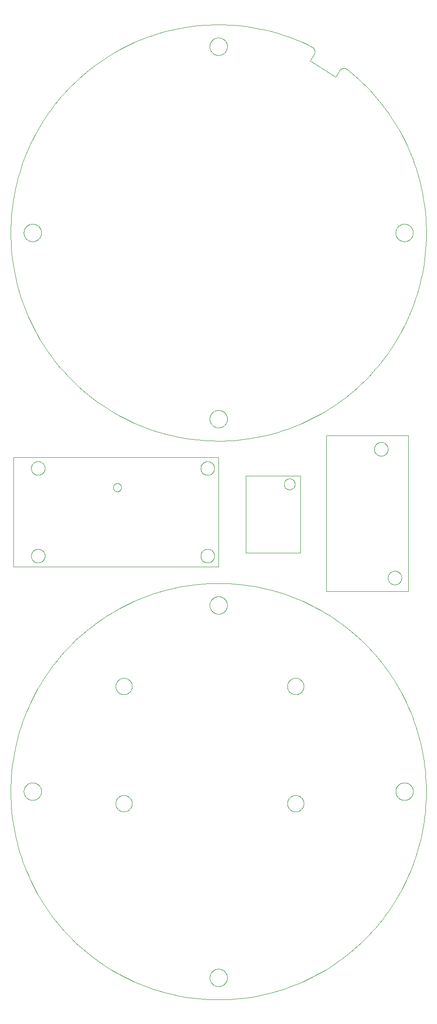
<source format=gbr>
G04 EAGLE Gerber RS-274X export*
G75*
%MOMM*%
%FSLAX34Y34*%
%LPD*%
%IN*%
%IPPOS*%
%AMOC8*
5,1,8,0,0,1.08239X$1,22.5*%
G01*
%ADD10C,0.010000*%
%ADD11C,0.000000*%
%ADD12C,0.100000*%


D10*
X0Y380000D02*
X114Y389326D01*
X458Y398646D01*
X1030Y407955D01*
X1830Y417247D01*
X2858Y426516D01*
X4113Y435758D01*
X5594Y444966D01*
X7302Y454134D01*
X9233Y463258D01*
X11388Y472332D01*
X13765Y481351D01*
X16363Y490308D01*
X19179Y499199D01*
X22213Y508018D01*
X25463Y516760D01*
X28926Y525420D01*
X32600Y533992D01*
X36484Y542471D01*
X40575Y550852D01*
X44870Y559131D01*
X49367Y567301D01*
X54063Y575359D01*
X58956Y583299D01*
X64042Y591117D01*
X69318Y598807D01*
X74781Y606366D01*
X80428Y613788D01*
X86256Y621069D01*
X92261Y628206D01*
X98439Y635192D01*
X104786Y642025D01*
X111299Y648701D01*
X117975Y655214D01*
X124808Y661561D01*
X131794Y667739D01*
X138931Y673744D01*
X146212Y679572D01*
X153634Y685219D01*
X161193Y690682D01*
X168883Y695958D01*
X176701Y701044D01*
X184641Y705937D01*
X192699Y710633D01*
X200869Y715130D01*
X209148Y719425D01*
X217529Y723516D01*
X226008Y727400D01*
X234580Y731074D01*
X243240Y734537D01*
X251982Y737787D01*
X260801Y740821D01*
X269692Y743637D01*
X278649Y746235D01*
X287668Y748612D01*
X296742Y750767D01*
X305866Y752698D01*
X315034Y754406D01*
X324242Y755887D01*
X333484Y757142D01*
X342753Y758170D01*
X352045Y758970D01*
X361354Y759542D01*
X370674Y759886D01*
X380000Y760000D01*
X389326Y759886D01*
X398646Y759542D01*
X407955Y758970D01*
X417247Y758170D01*
X426516Y757142D01*
X435758Y755887D01*
X444966Y754406D01*
X454134Y752698D01*
X463258Y750767D01*
X472332Y748612D01*
X481351Y746235D01*
X490308Y743637D01*
X499199Y740821D01*
X508018Y737787D01*
X516760Y734537D01*
X525420Y731074D01*
X533992Y727400D01*
X542471Y723516D01*
X550852Y719425D01*
X559131Y715130D01*
X567301Y710633D01*
X575359Y705937D01*
X583299Y701044D01*
X591117Y695958D01*
X598807Y690682D01*
X606366Y685219D01*
X613788Y679572D01*
X621069Y673744D01*
X628206Y667739D01*
X635192Y661561D01*
X642025Y655214D01*
X648701Y648701D01*
X655214Y642025D01*
X661561Y635192D01*
X667739Y628206D01*
X673744Y621069D01*
X679572Y613788D01*
X685219Y606366D01*
X690682Y598807D01*
X695958Y591117D01*
X701044Y583299D01*
X705937Y575359D01*
X710633Y567301D01*
X715130Y559131D01*
X719425Y550852D01*
X723516Y542471D01*
X727400Y533992D01*
X731074Y525420D01*
X734537Y516760D01*
X737787Y508018D01*
X740821Y499199D01*
X743637Y490308D01*
X746235Y481351D01*
X748612Y472332D01*
X750767Y463258D01*
X752698Y454134D01*
X754406Y444966D01*
X755887Y435758D01*
X757142Y426516D01*
X758170Y417247D01*
X758970Y407955D01*
X759542Y398646D01*
X759886Y389326D01*
X760000Y380000D01*
X759886Y370674D01*
X759542Y361354D01*
X758970Y352045D01*
X758170Y342753D01*
X757142Y333484D01*
X755887Y324242D01*
X754406Y315034D01*
X752698Y305866D01*
X750767Y296742D01*
X748612Y287668D01*
X746235Y278649D01*
X743637Y269692D01*
X740821Y260801D01*
X737787Y251982D01*
X734537Y243240D01*
X731074Y234580D01*
X727400Y226008D01*
X723516Y217529D01*
X719425Y209148D01*
X715130Y200869D01*
X710633Y192699D01*
X705937Y184641D01*
X701044Y176701D01*
X695958Y168883D01*
X690682Y161193D01*
X685219Y153634D01*
X679572Y146212D01*
X673744Y138931D01*
X667739Y131794D01*
X661561Y124808D01*
X655214Y117975D01*
X648701Y111299D01*
X642025Y104786D01*
X635192Y98439D01*
X628206Y92261D01*
X621069Y86256D01*
X613788Y80428D01*
X606366Y74781D01*
X598807Y69318D01*
X591117Y64042D01*
X583299Y58956D01*
X575359Y54063D01*
X567301Y49367D01*
X559131Y44870D01*
X550852Y40575D01*
X542471Y36484D01*
X533992Y32600D01*
X525420Y28926D01*
X516760Y25463D01*
X508018Y22213D01*
X499199Y19179D01*
X490308Y16363D01*
X481351Y13765D01*
X472332Y11388D01*
X463258Y9233D01*
X454134Y7302D01*
X444966Y5594D01*
X435758Y4113D01*
X426516Y2858D01*
X417247Y1830D01*
X407955Y1030D01*
X398646Y458D01*
X389326Y114D01*
X380000Y0D01*
X370674Y114D01*
X361354Y458D01*
X352045Y1030D01*
X342753Y1830D01*
X333484Y2858D01*
X324242Y4113D01*
X315034Y5594D01*
X305866Y7302D01*
X296742Y9233D01*
X287668Y11388D01*
X278649Y13765D01*
X269692Y16363D01*
X260801Y19179D01*
X251982Y22213D01*
X243240Y25463D01*
X234580Y28926D01*
X226008Y32600D01*
X217529Y36484D01*
X209148Y40575D01*
X200869Y44870D01*
X192699Y49367D01*
X184641Y54063D01*
X176701Y58956D01*
X168883Y64042D01*
X161193Y69318D01*
X153634Y74781D01*
X146212Y80428D01*
X138931Y86256D01*
X131794Y92261D01*
X124808Y98439D01*
X117975Y104786D01*
X111299Y111299D01*
X104786Y117975D01*
X98439Y124808D01*
X92261Y131794D01*
X86256Y138931D01*
X80428Y146212D01*
X74781Y153634D01*
X69318Y161193D01*
X64042Y168883D01*
X58956Y176701D01*
X54063Y184641D01*
X49367Y192699D01*
X44870Y200869D01*
X40575Y209148D01*
X36484Y217529D01*
X32600Y226008D01*
X28926Y234580D01*
X25463Y243240D01*
X22213Y251982D01*
X19179Y260801D01*
X16363Y269692D01*
X13765Y278649D01*
X11388Y287668D01*
X9233Y296742D01*
X7302Y305866D01*
X5594Y315034D01*
X4113Y324242D01*
X2858Y333484D01*
X1830Y342753D01*
X1030Y352045D01*
X458Y361354D01*
X114Y370674D01*
X0Y380000D01*
D11*
X364000Y720000D02*
X364005Y720393D01*
X364019Y720785D01*
X364043Y721177D01*
X364077Y721568D01*
X364120Y721959D01*
X364173Y722348D01*
X364236Y722735D01*
X364307Y723121D01*
X364389Y723506D01*
X364479Y723888D01*
X364580Y724267D01*
X364689Y724645D01*
X364808Y725019D01*
X364935Y725390D01*
X365072Y725758D01*
X365218Y726123D01*
X365373Y726484D01*
X365536Y726841D01*
X365708Y727194D01*
X365889Y727542D01*
X366079Y727886D01*
X366276Y728226D01*
X366482Y728560D01*
X366696Y728889D01*
X366919Y729213D01*
X367149Y729531D01*
X367386Y729844D01*
X367632Y730150D01*
X367885Y730451D01*
X368145Y730745D01*
X368412Y731033D01*
X368686Y731314D01*
X368967Y731588D01*
X369255Y731855D01*
X369549Y732115D01*
X369850Y732368D01*
X370156Y732614D01*
X370469Y732851D01*
X370787Y733081D01*
X371111Y733304D01*
X371440Y733518D01*
X371774Y733724D01*
X372114Y733921D01*
X372458Y734111D01*
X372806Y734292D01*
X373159Y734464D01*
X373516Y734627D01*
X373877Y734782D01*
X374242Y734928D01*
X374610Y735065D01*
X374981Y735192D01*
X375355Y735311D01*
X375733Y735420D01*
X376112Y735521D01*
X376494Y735611D01*
X376879Y735693D01*
X377265Y735764D01*
X377652Y735827D01*
X378041Y735880D01*
X378432Y735923D01*
X378823Y735957D01*
X379215Y735981D01*
X379607Y735995D01*
X380000Y736000D01*
X380393Y735995D01*
X380785Y735981D01*
X381177Y735957D01*
X381568Y735923D01*
X381959Y735880D01*
X382348Y735827D01*
X382735Y735764D01*
X383121Y735693D01*
X383506Y735611D01*
X383888Y735521D01*
X384267Y735420D01*
X384645Y735311D01*
X385019Y735192D01*
X385390Y735065D01*
X385758Y734928D01*
X386123Y734782D01*
X386484Y734627D01*
X386841Y734464D01*
X387194Y734292D01*
X387542Y734111D01*
X387886Y733921D01*
X388226Y733724D01*
X388560Y733518D01*
X388889Y733304D01*
X389213Y733081D01*
X389531Y732851D01*
X389844Y732614D01*
X390150Y732368D01*
X390451Y732115D01*
X390745Y731855D01*
X391033Y731588D01*
X391314Y731314D01*
X391588Y731033D01*
X391855Y730745D01*
X392115Y730451D01*
X392368Y730150D01*
X392614Y729844D01*
X392851Y729531D01*
X393081Y729213D01*
X393304Y728889D01*
X393518Y728560D01*
X393724Y728226D01*
X393921Y727886D01*
X394111Y727542D01*
X394292Y727194D01*
X394464Y726841D01*
X394627Y726484D01*
X394782Y726123D01*
X394928Y725758D01*
X395065Y725390D01*
X395192Y725019D01*
X395311Y724645D01*
X395420Y724267D01*
X395521Y723888D01*
X395611Y723506D01*
X395693Y723121D01*
X395764Y722735D01*
X395827Y722348D01*
X395880Y721959D01*
X395923Y721568D01*
X395957Y721177D01*
X395981Y720785D01*
X395995Y720393D01*
X396000Y720000D01*
X395995Y719607D01*
X395981Y719215D01*
X395957Y718823D01*
X395923Y718432D01*
X395880Y718041D01*
X395827Y717652D01*
X395764Y717265D01*
X395693Y716879D01*
X395611Y716494D01*
X395521Y716112D01*
X395420Y715733D01*
X395311Y715355D01*
X395192Y714981D01*
X395065Y714610D01*
X394928Y714242D01*
X394782Y713877D01*
X394627Y713516D01*
X394464Y713159D01*
X394292Y712806D01*
X394111Y712458D01*
X393921Y712114D01*
X393724Y711774D01*
X393518Y711440D01*
X393304Y711111D01*
X393081Y710787D01*
X392851Y710469D01*
X392614Y710156D01*
X392368Y709850D01*
X392115Y709549D01*
X391855Y709255D01*
X391588Y708967D01*
X391314Y708686D01*
X391033Y708412D01*
X390745Y708145D01*
X390451Y707885D01*
X390150Y707632D01*
X389844Y707386D01*
X389531Y707149D01*
X389213Y706919D01*
X388889Y706696D01*
X388560Y706482D01*
X388226Y706276D01*
X387886Y706079D01*
X387542Y705889D01*
X387194Y705708D01*
X386841Y705536D01*
X386484Y705373D01*
X386123Y705218D01*
X385758Y705072D01*
X385390Y704935D01*
X385019Y704808D01*
X384645Y704689D01*
X384267Y704580D01*
X383888Y704479D01*
X383506Y704389D01*
X383121Y704307D01*
X382735Y704236D01*
X382348Y704173D01*
X381959Y704120D01*
X381568Y704077D01*
X381177Y704043D01*
X380785Y704019D01*
X380393Y704005D01*
X380000Y704000D01*
X379607Y704005D01*
X379215Y704019D01*
X378823Y704043D01*
X378432Y704077D01*
X378041Y704120D01*
X377652Y704173D01*
X377265Y704236D01*
X376879Y704307D01*
X376494Y704389D01*
X376112Y704479D01*
X375733Y704580D01*
X375355Y704689D01*
X374981Y704808D01*
X374610Y704935D01*
X374242Y705072D01*
X373877Y705218D01*
X373516Y705373D01*
X373159Y705536D01*
X372806Y705708D01*
X372458Y705889D01*
X372114Y706079D01*
X371774Y706276D01*
X371440Y706482D01*
X371111Y706696D01*
X370787Y706919D01*
X370469Y707149D01*
X370156Y707386D01*
X369850Y707632D01*
X369549Y707885D01*
X369255Y708145D01*
X368967Y708412D01*
X368686Y708686D01*
X368412Y708967D01*
X368145Y709255D01*
X367885Y709549D01*
X367632Y709850D01*
X367386Y710156D01*
X367149Y710469D01*
X366919Y710787D01*
X366696Y711111D01*
X366482Y711440D01*
X366276Y711774D01*
X366079Y712114D01*
X365889Y712458D01*
X365708Y712806D01*
X365536Y713159D01*
X365373Y713516D01*
X365218Y713877D01*
X365072Y714242D01*
X364935Y714610D01*
X364808Y714981D01*
X364689Y715355D01*
X364580Y715733D01*
X364479Y716112D01*
X364389Y716494D01*
X364307Y716879D01*
X364236Y717265D01*
X364173Y717652D01*
X364120Y718041D01*
X364077Y718432D01*
X364043Y718823D01*
X364019Y719215D01*
X364005Y719607D01*
X364000Y720000D01*
X704000Y380000D02*
X704005Y380393D01*
X704019Y380785D01*
X704043Y381177D01*
X704077Y381568D01*
X704120Y381959D01*
X704173Y382348D01*
X704236Y382735D01*
X704307Y383121D01*
X704389Y383506D01*
X704479Y383888D01*
X704580Y384267D01*
X704689Y384645D01*
X704808Y385019D01*
X704935Y385390D01*
X705072Y385758D01*
X705218Y386123D01*
X705373Y386484D01*
X705536Y386841D01*
X705708Y387194D01*
X705889Y387542D01*
X706079Y387886D01*
X706276Y388226D01*
X706482Y388560D01*
X706696Y388889D01*
X706919Y389213D01*
X707149Y389531D01*
X707386Y389844D01*
X707632Y390150D01*
X707885Y390451D01*
X708145Y390745D01*
X708412Y391033D01*
X708686Y391314D01*
X708967Y391588D01*
X709255Y391855D01*
X709549Y392115D01*
X709850Y392368D01*
X710156Y392614D01*
X710469Y392851D01*
X710787Y393081D01*
X711111Y393304D01*
X711440Y393518D01*
X711774Y393724D01*
X712114Y393921D01*
X712458Y394111D01*
X712806Y394292D01*
X713159Y394464D01*
X713516Y394627D01*
X713877Y394782D01*
X714242Y394928D01*
X714610Y395065D01*
X714981Y395192D01*
X715355Y395311D01*
X715733Y395420D01*
X716112Y395521D01*
X716494Y395611D01*
X716879Y395693D01*
X717265Y395764D01*
X717652Y395827D01*
X718041Y395880D01*
X718432Y395923D01*
X718823Y395957D01*
X719215Y395981D01*
X719607Y395995D01*
X720000Y396000D01*
X720393Y395995D01*
X720785Y395981D01*
X721177Y395957D01*
X721568Y395923D01*
X721959Y395880D01*
X722348Y395827D01*
X722735Y395764D01*
X723121Y395693D01*
X723506Y395611D01*
X723888Y395521D01*
X724267Y395420D01*
X724645Y395311D01*
X725019Y395192D01*
X725390Y395065D01*
X725758Y394928D01*
X726123Y394782D01*
X726484Y394627D01*
X726841Y394464D01*
X727194Y394292D01*
X727542Y394111D01*
X727886Y393921D01*
X728226Y393724D01*
X728560Y393518D01*
X728889Y393304D01*
X729213Y393081D01*
X729531Y392851D01*
X729844Y392614D01*
X730150Y392368D01*
X730451Y392115D01*
X730745Y391855D01*
X731033Y391588D01*
X731314Y391314D01*
X731588Y391033D01*
X731855Y390745D01*
X732115Y390451D01*
X732368Y390150D01*
X732614Y389844D01*
X732851Y389531D01*
X733081Y389213D01*
X733304Y388889D01*
X733518Y388560D01*
X733724Y388226D01*
X733921Y387886D01*
X734111Y387542D01*
X734292Y387194D01*
X734464Y386841D01*
X734627Y386484D01*
X734782Y386123D01*
X734928Y385758D01*
X735065Y385390D01*
X735192Y385019D01*
X735311Y384645D01*
X735420Y384267D01*
X735521Y383888D01*
X735611Y383506D01*
X735693Y383121D01*
X735764Y382735D01*
X735827Y382348D01*
X735880Y381959D01*
X735923Y381568D01*
X735957Y381177D01*
X735981Y380785D01*
X735995Y380393D01*
X736000Y380000D01*
X735995Y379607D01*
X735981Y379215D01*
X735957Y378823D01*
X735923Y378432D01*
X735880Y378041D01*
X735827Y377652D01*
X735764Y377265D01*
X735693Y376879D01*
X735611Y376494D01*
X735521Y376112D01*
X735420Y375733D01*
X735311Y375355D01*
X735192Y374981D01*
X735065Y374610D01*
X734928Y374242D01*
X734782Y373877D01*
X734627Y373516D01*
X734464Y373159D01*
X734292Y372806D01*
X734111Y372458D01*
X733921Y372114D01*
X733724Y371774D01*
X733518Y371440D01*
X733304Y371111D01*
X733081Y370787D01*
X732851Y370469D01*
X732614Y370156D01*
X732368Y369850D01*
X732115Y369549D01*
X731855Y369255D01*
X731588Y368967D01*
X731314Y368686D01*
X731033Y368412D01*
X730745Y368145D01*
X730451Y367885D01*
X730150Y367632D01*
X729844Y367386D01*
X729531Y367149D01*
X729213Y366919D01*
X728889Y366696D01*
X728560Y366482D01*
X728226Y366276D01*
X727886Y366079D01*
X727542Y365889D01*
X727194Y365708D01*
X726841Y365536D01*
X726484Y365373D01*
X726123Y365218D01*
X725758Y365072D01*
X725390Y364935D01*
X725019Y364808D01*
X724645Y364689D01*
X724267Y364580D01*
X723888Y364479D01*
X723506Y364389D01*
X723121Y364307D01*
X722735Y364236D01*
X722348Y364173D01*
X721959Y364120D01*
X721568Y364077D01*
X721177Y364043D01*
X720785Y364019D01*
X720393Y364005D01*
X720000Y364000D01*
X719607Y364005D01*
X719215Y364019D01*
X718823Y364043D01*
X718432Y364077D01*
X718041Y364120D01*
X717652Y364173D01*
X717265Y364236D01*
X716879Y364307D01*
X716494Y364389D01*
X716112Y364479D01*
X715733Y364580D01*
X715355Y364689D01*
X714981Y364808D01*
X714610Y364935D01*
X714242Y365072D01*
X713877Y365218D01*
X713516Y365373D01*
X713159Y365536D01*
X712806Y365708D01*
X712458Y365889D01*
X712114Y366079D01*
X711774Y366276D01*
X711440Y366482D01*
X711111Y366696D01*
X710787Y366919D01*
X710469Y367149D01*
X710156Y367386D01*
X709850Y367632D01*
X709549Y367885D01*
X709255Y368145D01*
X708967Y368412D01*
X708686Y368686D01*
X708412Y368967D01*
X708145Y369255D01*
X707885Y369549D01*
X707632Y369850D01*
X707386Y370156D01*
X707149Y370469D01*
X706919Y370787D01*
X706696Y371111D01*
X706482Y371440D01*
X706276Y371774D01*
X706079Y372114D01*
X705889Y372458D01*
X705708Y372806D01*
X705536Y373159D01*
X705373Y373516D01*
X705218Y373877D01*
X705072Y374242D01*
X704935Y374610D01*
X704808Y374981D01*
X704689Y375355D01*
X704580Y375733D01*
X704479Y376112D01*
X704389Y376494D01*
X704307Y376879D01*
X704236Y377265D01*
X704173Y377652D01*
X704120Y378041D01*
X704077Y378432D01*
X704043Y378823D01*
X704019Y379215D01*
X704005Y379607D01*
X704000Y380000D01*
X364000Y40000D02*
X364005Y40393D01*
X364019Y40785D01*
X364043Y41177D01*
X364077Y41568D01*
X364120Y41959D01*
X364173Y42348D01*
X364236Y42735D01*
X364307Y43121D01*
X364389Y43506D01*
X364479Y43888D01*
X364580Y44267D01*
X364689Y44645D01*
X364808Y45019D01*
X364935Y45390D01*
X365072Y45758D01*
X365218Y46123D01*
X365373Y46484D01*
X365536Y46841D01*
X365708Y47194D01*
X365889Y47542D01*
X366079Y47886D01*
X366276Y48226D01*
X366482Y48560D01*
X366696Y48889D01*
X366919Y49213D01*
X367149Y49531D01*
X367386Y49844D01*
X367632Y50150D01*
X367885Y50451D01*
X368145Y50745D01*
X368412Y51033D01*
X368686Y51314D01*
X368967Y51588D01*
X369255Y51855D01*
X369549Y52115D01*
X369850Y52368D01*
X370156Y52614D01*
X370469Y52851D01*
X370787Y53081D01*
X371111Y53304D01*
X371440Y53518D01*
X371774Y53724D01*
X372114Y53921D01*
X372458Y54111D01*
X372806Y54292D01*
X373159Y54464D01*
X373516Y54627D01*
X373877Y54782D01*
X374242Y54928D01*
X374610Y55065D01*
X374981Y55192D01*
X375355Y55311D01*
X375733Y55420D01*
X376112Y55521D01*
X376494Y55611D01*
X376879Y55693D01*
X377265Y55764D01*
X377652Y55827D01*
X378041Y55880D01*
X378432Y55923D01*
X378823Y55957D01*
X379215Y55981D01*
X379607Y55995D01*
X380000Y56000D01*
X380393Y55995D01*
X380785Y55981D01*
X381177Y55957D01*
X381568Y55923D01*
X381959Y55880D01*
X382348Y55827D01*
X382735Y55764D01*
X383121Y55693D01*
X383506Y55611D01*
X383888Y55521D01*
X384267Y55420D01*
X384645Y55311D01*
X385019Y55192D01*
X385390Y55065D01*
X385758Y54928D01*
X386123Y54782D01*
X386484Y54627D01*
X386841Y54464D01*
X387194Y54292D01*
X387542Y54111D01*
X387886Y53921D01*
X388226Y53724D01*
X388560Y53518D01*
X388889Y53304D01*
X389213Y53081D01*
X389531Y52851D01*
X389844Y52614D01*
X390150Y52368D01*
X390451Y52115D01*
X390745Y51855D01*
X391033Y51588D01*
X391314Y51314D01*
X391588Y51033D01*
X391855Y50745D01*
X392115Y50451D01*
X392368Y50150D01*
X392614Y49844D01*
X392851Y49531D01*
X393081Y49213D01*
X393304Y48889D01*
X393518Y48560D01*
X393724Y48226D01*
X393921Y47886D01*
X394111Y47542D01*
X394292Y47194D01*
X394464Y46841D01*
X394627Y46484D01*
X394782Y46123D01*
X394928Y45758D01*
X395065Y45390D01*
X395192Y45019D01*
X395311Y44645D01*
X395420Y44267D01*
X395521Y43888D01*
X395611Y43506D01*
X395693Y43121D01*
X395764Y42735D01*
X395827Y42348D01*
X395880Y41959D01*
X395923Y41568D01*
X395957Y41177D01*
X395981Y40785D01*
X395995Y40393D01*
X396000Y40000D01*
X395995Y39607D01*
X395981Y39215D01*
X395957Y38823D01*
X395923Y38432D01*
X395880Y38041D01*
X395827Y37652D01*
X395764Y37265D01*
X395693Y36879D01*
X395611Y36494D01*
X395521Y36112D01*
X395420Y35733D01*
X395311Y35355D01*
X395192Y34981D01*
X395065Y34610D01*
X394928Y34242D01*
X394782Y33877D01*
X394627Y33516D01*
X394464Y33159D01*
X394292Y32806D01*
X394111Y32458D01*
X393921Y32114D01*
X393724Y31774D01*
X393518Y31440D01*
X393304Y31111D01*
X393081Y30787D01*
X392851Y30469D01*
X392614Y30156D01*
X392368Y29850D01*
X392115Y29549D01*
X391855Y29255D01*
X391588Y28967D01*
X391314Y28686D01*
X391033Y28412D01*
X390745Y28145D01*
X390451Y27885D01*
X390150Y27632D01*
X389844Y27386D01*
X389531Y27149D01*
X389213Y26919D01*
X388889Y26696D01*
X388560Y26482D01*
X388226Y26276D01*
X387886Y26079D01*
X387542Y25889D01*
X387194Y25708D01*
X386841Y25536D01*
X386484Y25373D01*
X386123Y25218D01*
X385758Y25072D01*
X385390Y24935D01*
X385019Y24808D01*
X384645Y24689D01*
X384267Y24580D01*
X383888Y24479D01*
X383506Y24389D01*
X383121Y24307D01*
X382735Y24236D01*
X382348Y24173D01*
X381959Y24120D01*
X381568Y24077D01*
X381177Y24043D01*
X380785Y24019D01*
X380393Y24005D01*
X380000Y24000D01*
X379607Y24005D01*
X379215Y24019D01*
X378823Y24043D01*
X378432Y24077D01*
X378041Y24120D01*
X377652Y24173D01*
X377265Y24236D01*
X376879Y24307D01*
X376494Y24389D01*
X376112Y24479D01*
X375733Y24580D01*
X375355Y24689D01*
X374981Y24808D01*
X374610Y24935D01*
X374242Y25072D01*
X373877Y25218D01*
X373516Y25373D01*
X373159Y25536D01*
X372806Y25708D01*
X372458Y25889D01*
X372114Y26079D01*
X371774Y26276D01*
X371440Y26482D01*
X371111Y26696D01*
X370787Y26919D01*
X370469Y27149D01*
X370156Y27386D01*
X369850Y27632D01*
X369549Y27885D01*
X369255Y28145D01*
X368967Y28412D01*
X368686Y28686D01*
X368412Y28967D01*
X368145Y29255D01*
X367885Y29549D01*
X367632Y29850D01*
X367386Y30156D01*
X367149Y30469D01*
X366919Y30787D01*
X366696Y31111D01*
X366482Y31440D01*
X366276Y31774D01*
X366079Y32114D01*
X365889Y32458D01*
X365708Y32806D01*
X365536Y33159D01*
X365373Y33516D01*
X365218Y33877D01*
X365072Y34242D01*
X364935Y34610D01*
X364808Y34981D01*
X364689Y35355D01*
X364580Y35733D01*
X364479Y36112D01*
X364389Y36494D01*
X364307Y36879D01*
X364236Y37265D01*
X364173Y37652D01*
X364120Y38041D01*
X364077Y38432D01*
X364043Y38823D01*
X364019Y39215D01*
X364005Y39607D01*
X364000Y40000D01*
X24000Y380000D02*
X24005Y380393D01*
X24019Y380785D01*
X24043Y381177D01*
X24077Y381568D01*
X24120Y381959D01*
X24173Y382348D01*
X24236Y382735D01*
X24307Y383121D01*
X24389Y383506D01*
X24479Y383888D01*
X24580Y384267D01*
X24689Y384645D01*
X24808Y385019D01*
X24935Y385390D01*
X25072Y385758D01*
X25218Y386123D01*
X25373Y386484D01*
X25536Y386841D01*
X25708Y387194D01*
X25889Y387542D01*
X26079Y387886D01*
X26276Y388226D01*
X26482Y388560D01*
X26696Y388889D01*
X26919Y389213D01*
X27149Y389531D01*
X27386Y389844D01*
X27632Y390150D01*
X27885Y390451D01*
X28145Y390745D01*
X28412Y391033D01*
X28686Y391314D01*
X28967Y391588D01*
X29255Y391855D01*
X29549Y392115D01*
X29850Y392368D01*
X30156Y392614D01*
X30469Y392851D01*
X30787Y393081D01*
X31111Y393304D01*
X31440Y393518D01*
X31774Y393724D01*
X32114Y393921D01*
X32458Y394111D01*
X32806Y394292D01*
X33159Y394464D01*
X33516Y394627D01*
X33877Y394782D01*
X34242Y394928D01*
X34610Y395065D01*
X34981Y395192D01*
X35355Y395311D01*
X35733Y395420D01*
X36112Y395521D01*
X36494Y395611D01*
X36879Y395693D01*
X37265Y395764D01*
X37652Y395827D01*
X38041Y395880D01*
X38432Y395923D01*
X38823Y395957D01*
X39215Y395981D01*
X39607Y395995D01*
X40000Y396000D01*
X40393Y395995D01*
X40785Y395981D01*
X41177Y395957D01*
X41568Y395923D01*
X41959Y395880D01*
X42348Y395827D01*
X42735Y395764D01*
X43121Y395693D01*
X43506Y395611D01*
X43888Y395521D01*
X44267Y395420D01*
X44645Y395311D01*
X45019Y395192D01*
X45390Y395065D01*
X45758Y394928D01*
X46123Y394782D01*
X46484Y394627D01*
X46841Y394464D01*
X47194Y394292D01*
X47542Y394111D01*
X47886Y393921D01*
X48226Y393724D01*
X48560Y393518D01*
X48889Y393304D01*
X49213Y393081D01*
X49531Y392851D01*
X49844Y392614D01*
X50150Y392368D01*
X50451Y392115D01*
X50745Y391855D01*
X51033Y391588D01*
X51314Y391314D01*
X51588Y391033D01*
X51855Y390745D01*
X52115Y390451D01*
X52368Y390150D01*
X52614Y389844D01*
X52851Y389531D01*
X53081Y389213D01*
X53304Y388889D01*
X53518Y388560D01*
X53724Y388226D01*
X53921Y387886D01*
X54111Y387542D01*
X54292Y387194D01*
X54464Y386841D01*
X54627Y386484D01*
X54782Y386123D01*
X54928Y385758D01*
X55065Y385390D01*
X55192Y385019D01*
X55311Y384645D01*
X55420Y384267D01*
X55521Y383888D01*
X55611Y383506D01*
X55693Y383121D01*
X55764Y382735D01*
X55827Y382348D01*
X55880Y381959D01*
X55923Y381568D01*
X55957Y381177D01*
X55981Y380785D01*
X55995Y380393D01*
X56000Y380000D01*
X55995Y379607D01*
X55981Y379215D01*
X55957Y378823D01*
X55923Y378432D01*
X55880Y378041D01*
X55827Y377652D01*
X55764Y377265D01*
X55693Y376879D01*
X55611Y376494D01*
X55521Y376112D01*
X55420Y375733D01*
X55311Y375355D01*
X55192Y374981D01*
X55065Y374610D01*
X54928Y374242D01*
X54782Y373877D01*
X54627Y373516D01*
X54464Y373159D01*
X54292Y372806D01*
X54111Y372458D01*
X53921Y372114D01*
X53724Y371774D01*
X53518Y371440D01*
X53304Y371111D01*
X53081Y370787D01*
X52851Y370469D01*
X52614Y370156D01*
X52368Y369850D01*
X52115Y369549D01*
X51855Y369255D01*
X51588Y368967D01*
X51314Y368686D01*
X51033Y368412D01*
X50745Y368145D01*
X50451Y367885D01*
X50150Y367632D01*
X49844Y367386D01*
X49531Y367149D01*
X49213Y366919D01*
X48889Y366696D01*
X48560Y366482D01*
X48226Y366276D01*
X47886Y366079D01*
X47542Y365889D01*
X47194Y365708D01*
X46841Y365536D01*
X46484Y365373D01*
X46123Y365218D01*
X45758Y365072D01*
X45390Y364935D01*
X45019Y364808D01*
X44645Y364689D01*
X44267Y364580D01*
X43888Y364479D01*
X43506Y364389D01*
X43121Y364307D01*
X42735Y364236D01*
X42348Y364173D01*
X41959Y364120D01*
X41568Y364077D01*
X41177Y364043D01*
X40785Y364019D01*
X40393Y364005D01*
X40000Y364000D01*
X39607Y364005D01*
X39215Y364019D01*
X38823Y364043D01*
X38432Y364077D01*
X38041Y364120D01*
X37652Y364173D01*
X37265Y364236D01*
X36879Y364307D01*
X36494Y364389D01*
X36112Y364479D01*
X35733Y364580D01*
X35355Y364689D01*
X34981Y364808D01*
X34610Y364935D01*
X34242Y365072D01*
X33877Y365218D01*
X33516Y365373D01*
X33159Y365536D01*
X32806Y365708D01*
X32458Y365889D01*
X32114Y366079D01*
X31774Y366276D01*
X31440Y366482D01*
X31111Y366696D01*
X30787Y366919D01*
X30469Y367149D01*
X30156Y367386D01*
X29850Y367632D01*
X29549Y367885D01*
X29255Y368145D01*
X28967Y368412D01*
X28686Y368686D01*
X28412Y368967D01*
X28145Y369255D01*
X27885Y369549D01*
X27632Y369850D01*
X27386Y370156D01*
X27149Y370469D01*
X26919Y370787D01*
X26696Y371111D01*
X26482Y371440D01*
X26276Y371774D01*
X26079Y372114D01*
X25889Y372458D01*
X25708Y372806D01*
X25536Y373159D01*
X25373Y373516D01*
X25218Y373877D01*
X25072Y374242D01*
X24935Y374610D01*
X24808Y374981D01*
X24689Y375355D01*
X24580Y375733D01*
X24479Y376112D01*
X24389Y376494D01*
X24307Y376879D01*
X24236Y377265D01*
X24173Y377652D01*
X24120Y378041D01*
X24077Y378432D01*
X24043Y378823D01*
X24019Y379215D01*
X24005Y379607D01*
X24000Y380000D01*
X430000Y816000D02*
X530000Y816000D01*
X530000Y956000D01*
X430000Y956000D01*
X430000Y816000D01*
X500000Y941000D02*
X500003Y941245D01*
X500012Y941491D01*
X500027Y941736D01*
X500048Y941980D01*
X500075Y942224D01*
X500108Y942467D01*
X500147Y942710D01*
X500192Y942951D01*
X500243Y943191D01*
X500300Y943430D01*
X500362Y943667D01*
X500431Y943903D01*
X500505Y944137D01*
X500585Y944369D01*
X500670Y944599D01*
X500761Y944827D01*
X500858Y945052D01*
X500960Y945276D01*
X501068Y945496D01*
X501181Y945714D01*
X501299Y945929D01*
X501423Y946141D01*
X501551Y946350D01*
X501685Y946556D01*
X501824Y946758D01*
X501968Y946957D01*
X502117Y947152D01*
X502270Y947344D01*
X502428Y947532D01*
X502590Y947716D01*
X502758Y947895D01*
X502929Y948071D01*
X503105Y948242D01*
X503284Y948410D01*
X503468Y948572D01*
X503656Y948730D01*
X503848Y948883D01*
X504043Y949032D01*
X504242Y949176D01*
X504444Y949315D01*
X504650Y949449D01*
X504859Y949577D01*
X505071Y949701D01*
X505286Y949819D01*
X505504Y949932D01*
X505724Y950040D01*
X505948Y950142D01*
X506173Y950239D01*
X506401Y950330D01*
X506631Y950415D01*
X506863Y950495D01*
X507097Y950569D01*
X507333Y950638D01*
X507570Y950700D01*
X507809Y950757D01*
X508049Y950808D01*
X508290Y950853D01*
X508533Y950892D01*
X508776Y950925D01*
X509020Y950952D01*
X509264Y950973D01*
X509509Y950988D01*
X509755Y950997D01*
X510000Y951000D01*
X510245Y950997D01*
X510491Y950988D01*
X510736Y950973D01*
X510980Y950952D01*
X511224Y950925D01*
X511467Y950892D01*
X511710Y950853D01*
X511951Y950808D01*
X512191Y950757D01*
X512430Y950700D01*
X512667Y950638D01*
X512903Y950569D01*
X513137Y950495D01*
X513369Y950415D01*
X513599Y950330D01*
X513827Y950239D01*
X514052Y950142D01*
X514276Y950040D01*
X514496Y949932D01*
X514714Y949819D01*
X514929Y949701D01*
X515141Y949577D01*
X515350Y949449D01*
X515556Y949315D01*
X515758Y949176D01*
X515957Y949032D01*
X516152Y948883D01*
X516344Y948730D01*
X516532Y948572D01*
X516716Y948410D01*
X516895Y948242D01*
X517071Y948071D01*
X517242Y947895D01*
X517410Y947716D01*
X517572Y947532D01*
X517730Y947344D01*
X517883Y947152D01*
X518032Y946957D01*
X518176Y946758D01*
X518315Y946556D01*
X518449Y946350D01*
X518577Y946141D01*
X518701Y945929D01*
X518819Y945714D01*
X518932Y945496D01*
X519040Y945276D01*
X519142Y945052D01*
X519239Y944827D01*
X519330Y944599D01*
X519415Y944369D01*
X519495Y944137D01*
X519569Y943903D01*
X519638Y943667D01*
X519700Y943430D01*
X519757Y943191D01*
X519808Y942951D01*
X519853Y942710D01*
X519892Y942467D01*
X519925Y942224D01*
X519952Y941980D01*
X519973Y941736D01*
X519988Y941491D01*
X519997Y941245D01*
X520000Y941000D01*
X519997Y940755D01*
X519988Y940509D01*
X519973Y940264D01*
X519952Y940020D01*
X519925Y939776D01*
X519892Y939533D01*
X519853Y939290D01*
X519808Y939049D01*
X519757Y938809D01*
X519700Y938570D01*
X519638Y938333D01*
X519569Y938097D01*
X519495Y937863D01*
X519415Y937631D01*
X519330Y937401D01*
X519239Y937173D01*
X519142Y936948D01*
X519040Y936724D01*
X518932Y936504D01*
X518819Y936286D01*
X518701Y936071D01*
X518577Y935859D01*
X518449Y935650D01*
X518315Y935444D01*
X518176Y935242D01*
X518032Y935043D01*
X517883Y934848D01*
X517730Y934656D01*
X517572Y934468D01*
X517410Y934284D01*
X517242Y934105D01*
X517071Y933929D01*
X516895Y933758D01*
X516716Y933590D01*
X516532Y933428D01*
X516344Y933270D01*
X516152Y933117D01*
X515957Y932968D01*
X515758Y932824D01*
X515556Y932685D01*
X515350Y932551D01*
X515141Y932423D01*
X514929Y932299D01*
X514714Y932181D01*
X514496Y932068D01*
X514276Y931960D01*
X514052Y931858D01*
X513827Y931761D01*
X513599Y931670D01*
X513369Y931585D01*
X513137Y931505D01*
X512903Y931431D01*
X512667Y931362D01*
X512430Y931300D01*
X512191Y931243D01*
X511951Y931192D01*
X511710Y931147D01*
X511467Y931108D01*
X511224Y931075D01*
X510980Y931048D01*
X510736Y931027D01*
X510491Y931012D01*
X510245Y931003D01*
X510000Y931000D01*
X509755Y931003D01*
X509509Y931012D01*
X509264Y931027D01*
X509020Y931048D01*
X508776Y931075D01*
X508533Y931108D01*
X508290Y931147D01*
X508049Y931192D01*
X507809Y931243D01*
X507570Y931300D01*
X507333Y931362D01*
X507097Y931431D01*
X506863Y931505D01*
X506631Y931585D01*
X506401Y931670D01*
X506173Y931761D01*
X505948Y931858D01*
X505724Y931960D01*
X505504Y932068D01*
X505286Y932181D01*
X505071Y932299D01*
X504859Y932423D01*
X504650Y932551D01*
X504444Y932685D01*
X504242Y932824D01*
X504043Y932968D01*
X503848Y933117D01*
X503656Y933270D01*
X503468Y933428D01*
X503284Y933590D01*
X503105Y933758D01*
X502929Y933929D01*
X502758Y934105D01*
X502590Y934284D01*
X502428Y934468D01*
X502270Y934656D01*
X502117Y934848D01*
X501968Y935043D01*
X501824Y935242D01*
X501685Y935444D01*
X501551Y935650D01*
X501423Y935859D01*
X501299Y936071D01*
X501181Y936286D01*
X501068Y936504D01*
X500960Y936724D01*
X500858Y936948D01*
X500761Y937173D01*
X500670Y937401D01*
X500585Y937631D01*
X500505Y937863D01*
X500431Y938097D01*
X500362Y938333D01*
X500300Y938570D01*
X500243Y938809D01*
X500192Y939049D01*
X500147Y939290D01*
X500108Y939533D01*
X500075Y939776D01*
X500048Y940020D01*
X500027Y940264D01*
X500012Y940509D01*
X500003Y940755D01*
X500000Y941000D01*
X577500Y745000D02*
X727500Y745000D01*
X727500Y1030000D01*
X577500Y1030000D01*
X577500Y745000D01*
X665000Y1005000D02*
X665004Y1005307D01*
X665015Y1005613D01*
X665034Y1005920D01*
X665060Y1006225D01*
X665094Y1006530D01*
X665135Y1006834D01*
X665184Y1007137D01*
X665240Y1007439D01*
X665304Y1007739D01*
X665375Y1008037D01*
X665453Y1008334D01*
X665538Y1008629D01*
X665631Y1008921D01*
X665731Y1009211D01*
X665838Y1009499D01*
X665952Y1009784D01*
X666072Y1010066D01*
X666200Y1010344D01*
X666335Y1010620D01*
X666476Y1010892D01*
X666624Y1011161D01*
X666778Y1011426D01*
X666939Y1011687D01*
X667107Y1011945D01*
X667280Y1012198D01*
X667460Y1012446D01*
X667646Y1012690D01*
X667837Y1012930D01*
X668035Y1013165D01*
X668238Y1013394D01*
X668447Y1013619D01*
X668661Y1013839D01*
X668881Y1014053D01*
X669106Y1014262D01*
X669335Y1014465D01*
X669570Y1014663D01*
X669810Y1014854D01*
X670054Y1015040D01*
X670302Y1015220D01*
X670555Y1015393D01*
X670813Y1015561D01*
X671074Y1015722D01*
X671339Y1015876D01*
X671608Y1016024D01*
X671880Y1016165D01*
X672156Y1016300D01*
X672434Y1016428D01*
X672716Y1016548D01*
X673001Y1016662D01*
X673289Y1016769D01*
X673579Y1016869D01*
X673871Y1016962D01*
X674166Y1017047D01*
X674463Y1017125D01*
X674761Y1017196D01*
X675061Y1017260D01*
X675363Y1017316D01*
X675666Y1017365D01*
X675970Y1017406D01*
X676275Y1017440D01*
X676580Y1017466D01*
X676887Y1017485D01*
X677193Y1017496D01*
X677500Y1017500D01*
X677807Y1017496D01*
X678113Y1017485D01*
X678420Y1017466D01*
X678725Y1017440D01*
X679030Y1017406D01*
X679334Y1017365D01*
X679637Y1017316D01*
X679939Y1017260D01*
X680239Y1017196D01*
X680537Y1017125D01*
X680834Y1017047D01*
X681129Y1016962D01*
X681421Y1016869D01*
X681711Y1016769D01*
X681999Y1016662D01*
X682284Y1016548D01*
X682566Y1016428D01*
X682844Y1016300D01*
X683120Y1016165D01*
X683392Y1016024D01*
X683661Y1015876D01*
X683926Y1015722D01*
X684187Y1015561D01*
X684445Y1015393D01*
X684698Y1015220D01*
X684946Y1015040D01*
X685190Y1014854D01*
X685430Y1014663D01*
X685665Y1014465D01*
X685894Y1014262D01*
X686119Y1014053D01*
X686339Y1013839D01*
X686553Y1013619D01*
X686762Y1013394D01*
X686965Y1013165D01*
X687163Y1012930D01*
X687354Y1012690D01*
X687540Y1012446D01*
X687720Y1012198D01*
X687893Y1011945D01*
X688061Y1011687D01*
X688222Y1011426D01*
X688376Y1011161D01*
X688524Y1010892D01*
X688665Y1010620D01*
X688800Y1010344D01*
X688928Y1010066D01*
X689048Y1009784D01*
X689162Y1009499D01*
X689269Y1009211D01*
X689369Y1008921D01*
X689462Y1008629D01*
X689547Y1008334D01*
X689625Y1008037D01*
X689696Y1007739D01*
X689760Y1007439D01*
X689816Y1007137D01*
X689865Y1006834D01*
X689906Y1006530D01*
X689940Y1006225D01*
X689966Y1005920D01*
X689985Y1005613D01*
X689996Y1005307D01*
X690000Y1005000D01*
X689996Y1004693D01*
X689985Y1004387D01*
X689966Y1004080D01*
X689940Y1003775D01*
X689906Y1003470D01*
X689865Y1003166D01*
X689816Y1002863D01*
X689760Y1002561D01*
X689696Y1002261D01*
X689625Y1001963D01*
X689547Y1001666D01*
X689462Y1001371D01*
X689369Y1001079D01*
X689269Y1000789D01*
X689162Y1000501D01*
X689048Y1000216D01*
X688928Y999934D01*
X688800Y999656D01*
X688665Y999380D01*
X688524Y999108D01*
X688376Y998839D01*
X688222Y998574D01*
X688061Y998313D01*
X687893Y998055D01*
X687720Y997802D01*
X687540Y997554D01*
X687354Y997310D01*
X687163Y997070D01*
X686965Y996835D01*
X686762Y996606D01*
X686553Y996381D01*
X686339Y996161D01*
X686119Y995947D01*
X685894Y995738D01*
X685665Y995535D01*
X685430Y995337D01*
X685190Y995146D01*
X684946Y994960D01*
X684698Y994780D01*
X684445Y994607D01*
X684187Y994439D01*
X683926Y994278D01*
X683661Y994124D01*
X683392Y993976D01*
X683120Y993835D01*
X682844Y993700D01*
X682566Y993572D01*
X682284Y993452D01*
X681999Y993338D01*
X681711Y993231D01*
X681421Y993131D01*
X681129Y993038D01*
X680834Y992953D01*
X680537Y992875D01*
X680239Y992804D01*
X679939Y992740D01*
X679637Y992684D01*
X679334Y992635D01*
X679030Y992594D01*
X678725Y992560D01*
X678420Y992534D01*
X678113Y992515D01*
X677807Y992504D01*
X677500Y992500D01*
X677193Y992504D01*
X676887Y992515D01*
X676580Y992534D01*
X676275Y992560D01*
X675970Y992594D01*
X675666Y992635D01*
X675363Y992684D01*
X675061Y992740D01*
X674761Y992804D01*
X674463Y992875D01*
X674166Y992953D01*
X673871Y993038D01*
X673579Y993131D01*
X673289Y993231D01*
X673001Y993338D01*
X672716Y993452D01*
X672434Y993572D01*
X672156Y993700D01*
X671880Y993835D01*
X671608Y993976D01*
X671339Y994124D01*
X671074Y994278D01*
X670813Y994439D01*
X670555Y994607D01*
X670302Y994780D01*
X670054Y994960D01*
X669810Y995146D01*
X669570Y995337D01*
X669335Y995535D01*
X669106Y995738D01*
X668881Y995947D01*
X668661Y996161D01*
X668447Y996381D01*
X668238Y996606D01*
X668035Y996835D01*
X667837Y997070D01*
X667646Y997310D01*
X667460Y997554D01*
X667280Y997802D01*
X667107Y998055D01*
X666939Y998313D01*
X666778Y998574D01*
X666624Y998839D01*
X666476Y999108D01*
X666335Y999380D01*
X666200Y999656D01*
X666072Y999934D01*
X665952Y1000216D01*
X665838Y1000501D01*
X665731Y1000789D01*
X665631Y1001079D01*
X665538Y1001371D01*
X665453Y1001666D01*
X665375Y1001963D01*
X665304Y1002261D01*
X665240Y1002561D01*
X665184Y1002863D01*
X665135Y1003166D01*
X665094Y1003470D01*
X665060Y1003775D01*
X665034Y1004080D01*
X665015Y1004387D01*
X665004Y1004693D01*
X665000Y1005000D01*
X690000Y770000D02*
X690004Y770307D01*
X690015Y770613D01*
X690034Y770920D01*
X690060Y771225D01*
X690094Y771530D01*
X690135Y771834D01*
X690184Y772137D01*
X690240Y772439D01*
X690304Y772739D01*
X690375Y773037D01*
X690453Y773334D01*
X690538Y773629D01*
X690631Y773921D01*
X690731Y774211D01*
X690838Y774499D01*
X690952Y774784D01*
X691072Y775066D01*
X691200Y775344D01*
X691335Y775620D01*
X691476Y775892D01*
X691624Y776161D01*
X691778Y776426D01*
X691939Y776687D01*
X692107Y776945D01*
X692280Y777198D01*
X692460Y777446D01*
X692646Y777690D01*
X692837Y777930D01*
X693035Y778165D01*
X693238Y778394D01*
X693447Y778619D01*
X693661Y778839D01*
X693881Y779053D01*
X694106Y779262D01*
X694335Y779465D01*
X694570Y779663D01*
X694810Y779854D01*
X695054Y780040D01*
X695302Y780220D01*
X695555Y780393D01*
X695813Y780561D01*
X696074Y780722D01*
X696339Y780876D01*
X696608Y781024D01*
X696880Y781165D01*
X697156Y781300D01*
X697434Y781428D01*
X697716Y781548D01*
X698001Y781662D01*
X698289Y781769D01*
X698579Y781869D01*
X698871Y781962D01*
X699166Y782047D01*
X699463Y782125D01*
X699761Y782196D01*
X700061Y782260D01*
X700363Y782316D01*
X700666Y782365D01*
X700970Y782406D01*
X701275Y782440D01*
X701580Y782466D01*
X701887Y782485D01*
X702193Y782496D01*
X702500Y782500D01*
X702807Y782496D01*
X703113Y782485D01*
X703420Y782466D01*
X703725Y782440D01*
X704030Y782406D01*
X704334Y782365D01*
X704637Y782316D01*
X704939Y782260D01*
X705239Y782196D01*
X705537Y782125D01*
X705834Y782047D01*
X706129Y781962D01*
X706421Y781869D01*
X706711Y781769D01*
X706999Y781662D01*
X707284Y781548D01*
X707566Y781428D01*
X707844Y781300D01*
X708120Y781165D01*
X708392Y781024D01*
X708661Y780876D01*
X708926Y780722D01*
X709187Y780561D01*
X709445Y780393D01*
X709698Y780220D01*
X709946Y780040D01*
X710190Y779854D01*
X710430Y779663D01*
X710665Y779465D01*
X710894Y779262D01*
X711119Y779053D01*
X711339Y778839D01*
X711553Y778619D01*
X711762Y778394D01*
X711965Y778165D01*
X712163Y777930D01*
X712354Y777690D01*
X712540Y777446D01*
X712720Y777198D01*
X712893Y776945D01*
X713061Y776687D01*
X713222Y776426D01*
X713376Y776161D01*
X713524Y775892D01*
X713665Y775620D01*
X713800Y775344D01*
X713928Y775066D01*
X714048Y774784D01*
X714162Y774499D01*
X714269Y774211D01*
X714369Y773921D01*
X714462Y773629D01*
X714547Y773334D01*
X714625Y773037D01*
X714696Y772739D01*
X714760Y772439D01*
X714816Y772137D01*
X714865Y771834D01*
X714906Y771530D01*
X714940Y771225D01*
X714966Y770920D01*
X714985Y770613D01*
X714996Y770307D01*
X715000Y770000D01*
X714996Y769693D01*
X714985Y769387D01*
X714966Y769080D01*
X714940Y768775D01*
X714906Y768470D01*
X714865Y768166D01*
X714816Y767863D01*
X714760Y767561D01*
X714696Y767261D01*
X714625Y766963D01*
X714547Y766666D01*
X714462Y766371D01*
X714369Y766079D01*
X714269Y765789D01*
X714162Y765501D01*
X714048Y765216D01*
X713928Y764934D01*
X713800Y764656D01*
X713665Y764380D01*
X713524Y764108D01*
X713376Y763839D01*
X713222Y763574D01*
X713061Y763313D01*
X712893Y763055D01*
X712720Y762802D01*
X712540Y762554D01*
X712354Y762310D01*
X712163Y762070D01*
X711965Y761835D01*
X711762Y761606D01*
X711553Y761381D01*
X711339Y761161D01*
X711119Y760947D01*
X710894Y760738D01*
X710665Y760535D01*
X710430Y760337D01*
X710190Y760146D01*
X709946Y759960D01*
X709698Y759780D01*
X709445Y759607D01*
X709187Y759439D01*
X708926Y759278D01*
X708661Y759124D01*
X708392Y758976D01*
X708120Y758835D01*
X707844Y758700D01*
X707566Y758572D01*
X707284Y758452D01*
X706999Y758338D01*
X706711Y758231D01*
X706421Y758131D01*
X706129Y758038D01*
X705834Y757953D01*
X705537Y757875D01*
X705239Y757804D01*
X704939Y757740D01*
X704637Y757684D01*
X704334Y757635D01*
X704030Y757594D01*
X703725Y757560D01*
X703420Y757534D01*
X703113Y757515D01*
X702807Y757504D01*
X702500Y757500D01*
X702193Y757504D01*
X701887Y757515D01*
X701580Y757534D01*
X701275Y757560D01*
X700970Y757594D01*
X700666Y757635D01*
X700363Y757684D01*
X700061Y757740D01*
X699761Y757804D01*
X699463Y757875D01*
X699166Y757953D01*
X698871Y758038D01*
X698579Y758131D01*
X698289Y758231D01*
X698001Y758338D01*
X697716Y758452D01*
X697434Y758572D01*
X697156Y758700D01*
X696880Y758835D01*
X696608Y758976D01*
X696339Y759124D01*
X696074Y759278D01*
X695813Y759439D01*
X695555Y759607D01*
X695302Y759780D01*
X695054Y759960D01*
X694810Y760146D01*
X694570Y760337D01*
X694335Y760535D01*
X694106Y760738D01*
X693881Y760947D01*
X693661Y761161D01*
X693447Y761381D01*
X693238Y761606D01*
X693035Y761835D01*
X692837Y762070D01*
X692646Y762310D01*
X692460Y762554D01*
X692280Y762802D01*
X692107Y763055D01*
X691939Y763313D01*
X691778Y763574D01*
X691624Y763839D01*
X691476Y764108D01*
X691335Y764380D01*
X691200Y764656D01*
X691072Y764934D01*
X690952Y765216D01*
X690838Y765501D01*
X690731Y765789D01*
X690631Y766079D01*
X690538Y766371D01*
X690453Y766666D01*
X690375Y766963D01*
X690304Y767261D01*
X690240Y767561D01*
X690184Y767863D01*
X690135Y768166D01*
X690094Y768470D01*
X690060Y768775D01*
X690034Y769080D01*
X690015Y769387D01*
X690004Y769693D01*
X690000Y770000D01*
X24000Y1400000D02*
X24005Y1400393D01*
X24019Y1400785D01*
X24043Y1401177D01*
X24077Y1401568D01*
X24120Y1401959D01*
X24173Y1402348D01*
X24236Y1402735D01*
X24307Y1403121D01*
X24389Y1403506D01*
X24479Y1403888D01*
X24580Y1404267D01*
X24689Y1404645D01*
X24808Y1405019D01*
X24935Y1405390D01*
X25072Y1405758D01*
X25218Y1406123D01*
X25373Y1406484D01*
X25536Y1406841D01*
X25708Y1407194D01*
X25889Y1407542D01*
X26079Y1407886D01*
X26276Y1408226D01*
X26482Y1408560D01*
X26696Y1408889D01*
X26919Y1409213D01*
X27149Y1409531D01*
X27386Y1409844D01*
X27632Y1410150D01*
X27885Y1410451D01*
X28145Y1410745D01*
X28412Y1411033D01*
X28686Y1411314D01*
X28967Y1411588D01*
X29255Y1411855D01*
X29549Y1412115D01*
X29850Y1412368D01*
X30156Y1412614D01*
X30469Y1412851D01*
X30787Y1413081D01*
X31111Y1413304D01*
X31440Y1413518D01*
X31774Y1413724D01*
X32114Y1413921D01*
X32458Y1414111D01*
X32806Y1414292D01*
X33159Y1414464D01*
X33516Y1414627D01*
X33877Y1414782D01*
X34242Y1414928D01*
X34610Y1415065D01*
X34981Y1415192D01*
X35355Y1415311D01*
X35733Y1415420D01*
X36112Y1415521D01*
X36494Y1415611D01*
X36879Y1415693D01*
X37265Y1415764D01*
X37652Y1415827D01*
X38041Y1415880D01*
X38432Y1415923D01*
X38823Y1415957D01*
X39215Y1415981D01*
X39607Y1415995D01*
X40000Y1416000D01*
X40393Y1415995D01*
X40785Y1415981D01*
X41177Y1415957D01*
X41568Y1415923D01*
X41959Y1415880D01*
X42348Y1415827D01*
X42735Y1415764D01*
X43121Y1415693D01*
X43506Y1415611D01*
X43888Y1415521D01*
X44267Y1415420D01*
X44645Y1415311D01*
X45019Y1415192D01*
X45390Y1415065D01*
X45758Y1414928D01*
X46123Y1414782D01*
X46484Y1414627D01*
X46841Y1414464D01*
X47194Y1414292D01*
X47542Y1414111D01*
X47886Y1413921D01*
X48226Y1413724D01*
X48560Y1413518D01*
X48889Y1413304D01*
X49213Y1413081D01*
X49531Y1412851D01*
X49844Y1412614D01*
X50150Y1412368D01*
X50451Y1412115D01*
X50745Y1411855D01*
X51033Y1411588D01*
X51314Y1411314D01*
X51588Y1411033D01*
X51855Y1410745D01*
X52115Y1410451D01*
X52368Y1410150D01*
X52614Y1409844D01*
X52851Y1409531D01*
X53081Y1409213D01*
X53304Y1408889D01*
X53518Y1408560D01*
X53724Y1408226D01*
X53921Y1407886D01*
X54111Y1407542D01*
X54292Y1407194D01*
X54464Y1406841D01*
X54627Y1406484D01*
X54782Y1406123D01*
X54928Y1405758D01*
X55065Y1405390D01*
X55192Y1405019D01*
X55311Y1404645D01*
X55420Y1404267D01*
X55521Y1403888D01*
X55611Y1403506D01*
X55693Y1403121D01*
X55764Y1402735D01*
X55827Y1402348D01*
X55880Y1401959D01*
X55923Y1401568D01*
X55957Y1401177D01*
X55981Y1400785D01*
X55995Y1400393D01*
X56000Y1400000D01*
X55995Y1399607D01*
X55981Y1399215D01*
X55957Y1398823D01*
X55923Y1398432D01*
X55880Y1398041D01*
X55827Y1397652D01*
X55764Y1397265D01*
X55693Y1396879D01*
X55611Y1396494D01*
X55521Y1396112D01*
X55420Y1395733D01*
X55311Y1395355D01*
X55192Y1394981D01*
X55065Y1394610D01*
X54928Y1394242D01*
X54782Y1393877D01*
X54627Y1393516D01*
X54464Y1393159D01*
X54292Y1392806D01*
X54111Y1392458D01*
X53921Y1392114D01*
X53724Y1391774D01*
X53518Y1391440D01*
X53304Y1391111D01*
X53081Y1390787D01*
X52851Y1390469D01*
X52614Y1390156D01*
X52368Y1389850D01*
X52115Y1389549D01*
X51855Y1389255D01*
X51588Y1388967D01*
X51314Y1388686D01*
X51033Y1388412D01*
X50745Y1388145D01*
X50451Y1387885D01*
X50150Y1387632D01*
X49844Y1387386D01*
X49531Y1387149D01*
X49213Y1386919D01*
X48889Y1386696D01*
X48560Y1386482D01*
X48226Y1386276D01*
X47886Y1386079D01*
X47542Y1385889D01*
X47194Y1385708D01*
X46841Y1385536D01*
X46484Y1385373D01*
X46123Y1385218D01*
X45758Y1385072D01*
X45390Y1384935D01*
X45019Y1384808D01*
X44645Y1384689D01*
X44267Y1384580D01*
X43888Y1384479D01*
X43506Y1384389D01*
X43121Y1384307D01*
X42735Y1384236D01*
X42348Y1384173D01*
X41959Y1384120D01*
X41568Y1384077D01*
X41177Y1384043D01*
X40785Y1384019D01*
X40393Y1384005D01*
X40000Y1384000D01*
X39607Y1384005D01*
X39215Y1384019D01*
X38823Y1384043D01*
X38432Y1384077D01*
X38041Y1384120D01*
X37652Y1384173D01*
X37265Y1384236D01*
X36879Y1384307D01*
X36494Y1384389D01*
X36112Y1384479D01*
X35733Y1384580D01*
X35355Y1384689D01*
X34981Y1384808D01*
X34610Y1384935D01*
X34242Y1385072D01*
X33877Y1385218D01*
X33516Y1385373D01*
X33159Y1385536D01*
X32806Y1385708D01*
X32458Y1385889D01*
X32114Y1386079D01*
X31774Y1386276D01*
X31440Y1386482D01*
X31111Y1386696D01*
X30787Y1386919D01*
X30469Y1387149D01*
X30156Y1387386D01*
X29850Y1387632D01*
X29549Y1387885D01*
X29255Y1388145D01*
X28967Y1388412D01*
X28686Y1388686D01*
X28412Y1388967D01*
X28145Y1389255D01*
X27885Y1389549D01*
X27632Y1389850D01*
X27386Y1390156D01*
X27149Y1390469D01*
X26919Y1390787D01*
X26696Y1391111D01*
X26482Y1391440D01*
X26276Y1391774D01*
X26079Y1392114D01*
X25889Y1392458D01*
X25708Y1392806D01*
X25536Y1393159D01*
X25373Y1393516D01*
X25218Y1393877D01*
X25072Y1394242D01*
X24935Y1394610D01*
X24808Y1394981D01*
X24689Y1395355D01*
X24580Y1395733D01*
X24479Y1396112D01*
X24389Y1396494D01*
X24307Y1396879D01*
X24236Y1397265D01*
X24173Y1397652D01*
X24120Y1398041D01*
X24077Y1398432D01*
X24043Y1398823D01*
X24019Y1399215D01*
X24005Y1399607D01*
X24000Y1400000D01*
X364000Y1060000D02*
X364005Y1060393D01*
X364019Y1060785D01*
X364043Y1061177D01*
X364077Y1061568D01*
X364120Y1061959D01*
X364173Y1062348D01*
X364236Y1062735D01*
X364307Y1063121D01*
X364389Y1063506D01*
X364479Y1063888D01*
X364580Y1064267D01*
X364689Y1064645D01*
X364808Y1065019D01*
X364935Y1065390D01*
X365072Y1065758D01*
X365218Y1066123D01*
X365373Y1066484D01*
X365536Y1066841D01*
X365708Y1067194D01*
X365889Y1067542D01*
X366079Y1067886D01*
X366276Y1068226D01*
X366482Y1068560D01*
X366696Y1068889D01*
X366919Y1069213D01*
X367149Y1069531D01*
X367386Y1069844D01*
X367632Y1070150D01*
X367885Y1070451D01*
X368145Y1070745D01*
X368412Y1071033D01*
X368686Y1071314D01*
X368967Y1071588D01*
X369255Y1071855D01*
X369549Y1072115D01*
X369850Y1072368D01*
X370156Y1072614D01*
X370469Y1072851D01*
X370787Y1073081D01*
X371111Y1073304D01*
X371440Y1073518D01*
X371774Y1073724D01*
X372114Y1073921D01*
X372458Y1074111D01*
X372806Y1074292D01*
X373159Y1074464D01*
X373516Y1074627D01*
X373877Y1074782D01*
X374242Y1074928D01*
X374610Y1075065D01*
X374981Y1075192D01*
X375355Y1075311D01*
X375733Y1075420D01*
X376112Y1075521D01*
X376494Y1075611D01*
X376879Y1075693D01*
X377265Y1075764D01*
X377652Y1075827D01*
X378041Y1075880D01*
X378432Y1075923D01*
X378823Y1075957D01*
X379215Y1075981D01*
X379607Y1075995D01*
X380000Y1076000D01*
X380393Y1075995D01*
X380785Y1075981D01*
X381177Y1075957D01*
X381568Y1075923D01*
X381959Y1075880D01*
X382348Y1075827D01*
X382735Y1075764D01*
X383121Y1075693D01*
X383506Y1075611D01*
X383888Y1075521D01*
X384267Y1075420D01*
X384645Y1075311D01*
X385019Y1075192D01*
X385390Y1075065D01*
X385758Y1074928D01*
X386123Y1074782D01*
X386484Y1074627D01*
X386841Y1074464D01*
X387194Y1074292D01*
X387542Y1074111D01*
X387886Y1073921D01*
X388226Y1073724D01*
X388560Y1073518D01*
X388889Y1073304D01*
X389213Y1073081D01*
X389531Y1072851D01*
X389844Y1072614D01*
X390150Y1072368D01*
X390451Y1072115D01*
X390745Y1071855D01*
X391033Y1071588D01*
X391314Y1071314D01*
X391588Y1071033D01*
X391855Y1070745D01*
X392115Y1070451D01*
X392368Y1070150D01*
X392614Y1069844D01*
X392851Y1069531D01*
X393081Y1069213D01*
X393304Y1068889D01*
X393518Y1068560D01*
X393724Y1068226D01*
X393921Y1067886D01*
X394111Y1067542D01*
X394292Y1067194D01*
X394464Y1066841D01*
X394627Y1066484D01*
X394782Y1066123D01*
X394928Y1065758D01*
X395065Y1065390D01*
X395192Y1065019D01*
X395311Y1064645D01*
X395420Y1064267D01*
X395521Y1063888D01*
X395611Y1063506D01*
X395693Y1063121D01*
X395764Y1062735D01*
X395827Y1062348D01*
X395880Y1061959D01*
X395923Y1061568D01*
X395957Y1061177D01*
X395981Y1060785D01*
X395995Y1060393D01*
X396000Y1060000D01*
X395995Y1059607D01*
X395981Y1059215D01*
X395957Y1058823D01*
X395923Y1058432D01*
X395880Y1058041D01*
X395827Y1057652D01*
X395764Y1057265D01*
X395693Y1056879D01*
X395611Y1056494D01*
X395521Y1056112D01*
X395420Y1055733D01*
X395311Y1055355D01*
X395192Y1054981D01*
X395065Y1054610D01*
X394928Y1054242D01*
X394782Y1053877D01*
X394627Y1053516D01*
X394464Y1053159D01*
X394292Y1052806D01*
X394111Y1052458D01*
X393921Y1052114D01*
X393724Y1051774D01*
X393518Y1051440D01*
X393304Y1051111D01*
X393081Y1050787D01*
X392851Y1050469D01*
X392614Y1050156D01*
X392368Y1049850D01*
X392115Y1049549D01*
X391855Y1049255D01*
X391588Y1048967D01*
X391314Y1048686D01*
X391033Y1048412D01*
X390745Y1048145D01*
X390451Y1047885D01*
X390150Y1047632D01*
X389844Y1047386D01*
X389531Y1047149D01*
X389213Y1046919D01*
X388889Y1046696D01*
X388560Y1046482D01*
X388226Y1046276D01*
X387886Y1046079D01*
X387542Y1045889D01*
X387194Y1045708D01*
X386841Y1045536D01*
X386484Y1045373D01*
X386123Y1045218D01*
X385758Y1045072D01*
X385390Y1044935D01*
X385019Y1044808D01*
X384645Y1044689D01*
X384267Y1044580D01*
X383888Y1044479D01*
X383506Y1044389D01*
X383121Y1044307D01*
X382735Y1044236D01*
X382348Y1044173D01*
X381959Y1044120D01*
X381568Y1044077D01*
X381177Y1044043D01*
X380785Y1044019D01*
X380393Y1044005D01*
X380000Y1044000D01*
X379607Y1044005D01*
X379215Y1044019D01*
X378823Y1044043D01*
X378432Y1044077D01*
X378041Y1044120D01*
X377652Y1044173D01*
X377265Y1044236D01*
X376879Y1044307D01*
X376494Y1044389D01*
X376112Y1044479D01*
X375733Y1044580D01*
X375355Y1044689D01*
X374981Y1044808D01*
X374610Y1044935D01*
X374242Y1045072D01*
X373877Y1045218D01*
X373516Y1045373D01*
X373159Y1045536D01*
X372806Y1045708D01*
X372458Y1045889D01*
X372114Y1046079D01*
X371774Y1046276D01*
X371440Y1046482D01*
X371111Y1046696D01*
X370787Y1046919D01*
X370469Y1047149D01*
X370156Y1047386D01*
X369850Y1047632D01*
X369549Y1047885D01*
X369255Y1048145D01*
X368967Y1048412D01*
X368686Y1048686D01*
X368412Y1048967D01*
X368145Y1049255D01*
X367885Y1049549D01*
X367632Y1049850D01*
X367386Y1050156D01*
X367149Y1050469D01*
X366919Y1050787D01*
X366696Y1051111D01*
X366482Y1051440D01*
X366276Y1051774D01*
X366079Y1052114D01*
X365889Y1052458D01*
X365708Y1052806D01*
X365536Y1053159D01*
X365373Y1053516D01*
X365218Y1053877D01*
X365072Y1054242D01*
X364935Y1054610D01*
X364808Y1054981D01*
X364689Y1055355D01*
X364580Y1055733D01*
X364479Y1056112D01*
X364389Y1056494D01*
X364307Y1056879D01*
X364236Y1057265D01*
X364173Y1057652D01*
X364120Y1058041D01*
X364077Y1058432D01*
X364043Y1058823D01*
X364019Y1059215D01*
X364005Y1059607D01*
X364000Y1060000D01*
X704000Y1400000D02*
X704005Y1400393D01*
X704019Y1400785D01*
X704043Y1401177D01*
X704077Y1401568D01*
X704120Y1401959D01*
X704173Y1402348D01*
X704236Y1402735D01*
X704307Y1403121D01*
X704389Y1403506D01*
X704479Y1403888D01*
X704580Y1404267D01*
X704689Y1404645D01*
X704808Y1405019D01*
X704935Y1405390D01*
X705072Y1405758D01*
X705218Y1406123D01*
X705373Y1406484D01*
X705536Y1406841D01*
X705708Y1407194D01*
X705889Y1407542D01*
X706079Y1407886D01*
X706276Y1408226D01*
X706482Y1408560D01*
X706696Y1408889D01*
X706919Y1409213D01*
X707149Y1409531D01*
X707386Y1409844D01*
X707632Y1410150D01*
X707885Y1410451D01*
X708145Y1410745D01*
X708412Y1411033D01*
X708686Y1411314D01*
X708967Y1411588D01*
X709255Y1411855D01*
X709549Y1412115D01*
X709850Y1412368D01*
X710156Y1412614D01*
X710469Y1412851D01*
X710787Y1413081D01*
X711111Y1413304D01*
X711440Y1413518D01*
X711774Y1413724D01*
X712114Y1413921D01*
X712458Y1414111D01*
X712806Y1414292D01*
X713159Y1414464D01*
X713516Y1414627D01*
X713877Y1414782D01*
X714242Y1414928D01*
X714610Y1415065D01*
X714981Y1415192D01*
X715355Y1415311D01*
X715733Y1415420D01*
X716112Y1415521D01*
X716494Y1415611D01*
X716879Y1415693D01*
X717265Y1415764D01*
X717652Y1415827D01*
X718041Y1415880D01*
X718432Y1415923D01*
X718823Y1415957D01*
X719215Y1415981D01*
X719607Y1415995D01*
X720000Y1416000D01*
X720393Y1415995D01*
X720785Y1415981D01*
X721177Y1415957D01*
X721568Y1415923D01*
X721959Y1415880D01*
X722348Y1415827D01*
X722735Y1415764D01*
X723121Y1415693D01*
X723506Y1415611D01*
X723888Y1415521D01*
X724267Y1415420D01*
X724645Y1415311D01*
X725019Y1415192D01*
X725390Y1415065D01*
X725758Y1414928D01*
X726123Y1414782D01*
X726484Y1414627D01*
X726841Y1414464D01*
X727194Y1414292D01*
X727542Y1414111D01*
X727886Y1413921D01*
X728226Y1413724D01*
X728560Y1413518D01*
X728889Y1413304D01*
X729213Y1413081D01*
X729531Y1412851D01*
X729844Y1412614D01*
X730150Y1412368D01*
X730451Y1412115D01*
X730745Y1411855D01*
X731033Y1411588D01*
X731314Y1411314D01*
X731588Y1411033D01*
X731855Y1410745D01*
X732115Y1410451D01*
X732368Y1410150D01*
X732614Y1409844D01*
X732851Y1409531D01*
X733081Y1409213D01*
X733304Y1408889D01*
X733518Y1408560D01*
X733724Y1408226D01*
X733921Y1407886D01*
X734111Y1407542D01*
X734292Y1407194D01*
X734464Y1406841D01*
X734627Y1406484D01*
X734782Y1406123D01*
X734928Y1405758D01*
X735065Y1405390D01*
X735192Y1405019D01*
X735311Y1404645D01*
X735420Y1404267D01*
X735521Y1403888D01*
X735611Y1403506D01*
X735693Y1403121D01*
X735764Y1402735D01*
X735827Y1402348D01*
X735880Y1401959D01*
X735923Y1401568D01*
X735957Y1401177D01*
X735981Y1400785D01*
X735995Y1400393D01*
X736000Y1400000D01*
X735995Y1399607D01*
X735981Y1399215D01*
X735957Y1398823D01*
X735923Y1398432D01*
X735880Y1398041D01*
X735827Y1397652D01*
X735764Y1397265D01*
X735693Y1396879D01*
X735611Y1396494D01*
X735521Y1396112D01*
X735420Y1395733D01*
X735311Y1395355D01*
X735192Y1394981D01*
X735065Y1394610D01*
X734928Y1394242D01*
X734782Y1393877D01*
X734627Y1393516D01*
X734464Y1393159D01*
X734292Y1392806D01*
X734111Y1392458D01*
X733921Y1392114D01*
X733724Y1391774D01*
X733518Y1391440D01*
X733304Y1391111D01*
X733081Y1390787D01*
X732851Y1390469D01*
X732614Y1390156D01*
X732368Y1389850D01*
X732115Y1389549D01*
X731855Y1389255D01*
X731588Y1388967D01*
X731314Y1388686D01*
X731033Y1388412D01*
X730745Y1388145D01*
X730451Y1387885D01*
X730150Y1387632D01*
X729844Y1387386D01*
X729531Y1387149D01*
X729213Y1386919D01*
X728889Y1386696D01*
X728560Y1386482D01*
X728226Y1386276D01*
X727886Y1386079D01*
X727542Y1385889D01*
X727194Y1385708D01*
X726841Y1385536D01*
X726484Y1385373D01*
X726123Y1385218D01*
X725758Y1385072D01*
X725390Y1384935D01*
X725019Y1384808D01*
X724645Y1384689D01*
X724267Y1384580D01*
X723888Y1384479D01*
X723506Y1384389D01*
X723121Y1384307D01*
X722735Y1384236D01*
X722348Y1384173D01*
X721959Y1384120D01*
X721568Y1384077D01*
X721177Y1384043D01*
X720785Y1384019D01*
X720393Y1384005D01*
X720000Y1384000D01*
X719607Y1384005D01*
X719215Y1384019D01*
X718823Y1384043D01*
X718432Y1384077D01*
X718041Y1384120D01*
X717652Y1384173D01*
X717265Y1384236D01*
X716879Y1384307D01*
X716494Y1384389D01*
X716112Y1384479D01*
X715733Y1384580D01*
X715355Y1384689D01*
X714981Y1384808D01*
X714610Y1384935D01*
X714242Y1385072D01*
X713877Y1385218D01*
X713516Y1385373D01*
X713159Y1385536D01*
X712806Y1385708D01*
X712458Y1385889D01*
X712114Y1386079D01*
X711774Y1386276D01*
X711440Y1386482D01*
X711111Y1386696D01*
X710787Y1386919D01*
X710469Y1387149D01*
X710156Y1387386D01*
X709850Y1387632D01*
X709549Y1387885D01*
X709255Y1388145D01*
X708967Y1388412D01*
X708686Y1388686D01*
X708412Y1388967D01*
X708145Y1389255D01*
X707885Y1389549D01*
X707632Y1389850D01*
X707386Y1390156D01*
X707149Y1390469D01*
X706919Y1390787D01*
X706696Y1391111D01*
X706482Y1391440D01*
X706276Y1391774D01*
X706079Y1392114D01*
X705889Y1392458D01*
X705708Y1392806D01*
X705536Y1393159D01*
X705373Y1393516D01*
X705218Y1393877D01*
X705072Y1394242D01*
X704935Y1394610D01*
X704808Y1394981D01*
X704689Y1395355D01*
X704580Y1395733D01*
X704479Y1396112D01*
X704389Y1396494D01*
X704307Y1396879D01*
X704236Y1397265D01*
X704173Y1397652D01*
X704120Y1398041D01*
X704077Y1398432D01*
X704043Y1398823D01*
X704019Y1399215D01*
X704005Y1399607D01*
X704000Y1400000D01*
X364000Y1740000D02*
X364005Y1740393D01*
X364019Y1740785D01*
X364043Y1741177D01*
X364077Y1741568D01*
X364120Y1741959D01*
X364173Y1742348D01*
X364236Y1742735D01*
X364307Y1743121D01*
X364389Y1743506D01*
X364479Y1743888D01*
X364580Y1744267D01*
X364689Y1744645D01*
X364808Y1745019D01*
X364935Y1745390D01*
X365072Y1745758D01*
X365218Y1746123D01*
X365373Y1746484D01*
X365536Y1746841D01*
X365708Y1747194D01*
X365889Y1747542D01*
X366079Y1747886D01*
X366276Y1748226D01*
X366482Y1748560D01*
X366696Y1748889D01*
X366919Y1749213D01*
X367149Y1749531D01*
X367386Y1749844D01*
X367632Y1750150D01*
X367885Y1750451D01*
X368145Y1750745D01*
X368412Y1751033D01*
X368686Y1751314D01*
X368967Y1751588D01*
X369255Y1751855D01*
X369549Y1752115D01*
X369850Y1752368D01*
X370156Y1752614D01*
X370469Y1752851D01*
X370787Y1753081D01*
X371111Y1753304D01*
X371440Y1753518D01*
X371774Y1753724D01*
X372114Y1753921D01*
X372458Y1754111D01*
X372806Y1754292D01*
X373159Y1754464D01*
X373516Y1754627D01*
X373877Y1754782D01*
X374242Y1754928D01*
X374610Y1755065D01*
X374981Y1755192D01*
X375355Y1755311D01*
X375733Y1755420D01*
X376112Y1755521D01*
X376494Y1755611D01*
X376879Y1755693D01*
X377265Y1755764D01*
X377652Y1755827D01*
X378041Y1755880D01*
X378432Y1755923D01*
X378823Y1755957D01*
X379215Y1755981D01*
X379607Y1755995D01*
X380000Y1756000D01*
X380393Y1755995D01*
X380785Y1755981D01*
X381177Y1755957D01*
X381568Y1755923D01*
X381959Y1755880D01*
X382348Y1755827D01*
X382735Y1755764D01*
X383121Y1755693D01*
X383506Y1755611D01*
X383888Y1755521D01*
X384267Y1755420D01*
X384645Y1755311D01*
X385019Y1755192D01*
X385390Y1755065D01*
X385758Y1754928D01*
X386123Y1754782D01*
X386484Y1754627D01*
X386841Y1754464D01*
X387194Y1754292D01*
X387542Y1754111D01*
X387886Y1753921D01*
X388226Y1753724D01*
X388560Y1753518D01*
X388889Y1753304D01*
X389213Y1753081D01*
X389531Y1752851D01*
X389844Y1752614D01*
X390150Y1752368D01*
X390451Y1752115D01*
X390745Y1751855D01*
X391033Y1751588D01*
X391314Y1751314D01*
X391588Y1751033D01*
X391855Y1750745D01*
X392115Y1750451D01*
X392368Y1750150D01*
X392614Y1749844D01*
X392851Y1749531D01*
X393081Y1749213D01*
X393304Y1748889D01*
X393518Y1748560D01*
X393724Y1748226D01*
X393921Y1747886D01*
X394111Y1747542D01*
X394292Y1747194D01*
X394464Y1746841D01*
X394627Y1746484D01*
X394782Y1746123D01*
X394928Y1745758D01*
X395065Y1745390D01*
X395192Y1745019D01*
X395311Y1744645D01*
X395420Y1744267D01*
X395521Y1743888D01*
X395611Y1743506D01*
X395693Y1743121D01*
X395764Y1742735D01*
X395827Y1742348D01*
X395880Y1741959D01*
X395923Y1741568D01*
X395957Y1741177D01*
X395981Y1740785D01*
X395995Y1740393D01*
X396000Y1740000D01*
X395995Y1739607D01*
X395981Y1739215D01*
X395957Y1738823D01*
X395923Y1738432D01*
X395880Y1738041D01*
X395827Y1737652D01*
X395764Y1737265D01*
X395693Y1736879D01*
X395611Y1736494D01*
X395521Y1736112D01*
X395420Y1735733D01*
X395311Y1735355D01*
X395192Y1734981D01*
X395065Y1734610D01*
X394928Y1734242D01*
X394782Y1733877D01*
X394627Y1733516D01*
X394464Y1733159D01*
X394292Y1732806D01*
X394111Y1732458D01*
X393921Y1732114D01*
X393724Y1731774D01*
X393518Y1731440D01*
X393304Y1731111D01*
X393081Y1730787D01*
X392851Y1730469D01*
X392614Y1730156D01*
X392368Y1729850D01*
X392115Y1729549D01*
X391855Y1729255D01*
X391588Y1728967D01*
X391314Y1728686D01*
X391033Y1728412D01*
X390745Y1728145D01*
X390451Y1727885D01*
X390150Y1727632D01*
X389844Y1727386D01*
X389531Y1727149D01*
X389213Y1726919D01*
X388889Y1726696D01*
X388560Y1726482D01*
X388226Y1726276D01*
X387886Y1726079D01*
X387542Y1725889D01*
X387194Y1725708D01*
X386841Y1725536D01*
X386484Y1725373D01*
X386123Y1725218D01*
X385758Y1725072D01*
X385390Y1724935D01*
X385019Y1724808D01*
X384645Y1724689D01*
X384267Y1724580D01*
X383888Y1724479D01*
X383506Y1724389D01*
X383121Y1724307D01*
X382735Y1724236D01*
X382348Y1724173D01*
X381959Y1724120D01*
X381568Y1724077D01*
X381177Y1724043D01*
X380785Y1724019D01*
X380393Y1724005D01*
X380000Y1724000D01*
X379607Y1724005D01*
X379215Y1724019D01*
X378823Y1724043D01*
X378432Y1724077D01*
X378041Y1724120D01*
X377652Y1724173D01*
X377265Y1724236D01*
X376879Y1724307D01*
X376494Y1724389D01*
X376112Y1724479D01*
X375733Y1724580D01*
X375355Y1724689D01*
X374981Y1724808D01*
X374610Y1724935D01*
X374242Y1725072D01*
X373877Y1725218D01*
X373516Y1725373D01*
X373159Y1725536D01*
X372806Y1725708D01*
X372458Y1725889D01*
X372114Y1726079D01*
X371774Y1726276D01*
X371440Y1726482D01*
X371111Y1726696D01*
X370787Y1726919D01*
X370469Y1727149D01*
X370156Y1727386D01*
X369850Y1727632D01*
X369549Y1727885D01*
X369255Y1728145D01*
X368967Y1728412D01*
X368686Y1728686D01*
X368412Y1728967D01*
X368145Y1729255D01*
X367885Y1729549D01*
X367632Y1729850D01*
X367386Y1730156D01*
X367149Y1730469D01*
X366919Y1730787D01*
X366696Y1731111D01*
X366482Y1731440D01*
X366276Y1731774D01*
X366079Y1732114D01*
X365889Y1732458D01*
X365708Y1732806D01*
X365536Y1733159D01*
X365373Y1733516D01*
X365218Y1733877D01*
X365072Y1734242D01*
X364935Y1734610D01*
X364808Y1734981D01*
X364689Y1735355D01*
X364580Y1735733D01*
X364479Y1736112D01*
X364389Y1736494D01*
X364307Y1736879D01*
X364236Y1737265D01*
X364173Y1737652D01*
X364120Y1738041D01*
X364077Y1738432D01*
X364043Y1738823D01*
X364019Y1739215D01*
X364005Y1739607D01*
X364000Y1740000D01*
D12*
X547548Y1714180D02*
X554583Y1725223D01*
X600970Y1695672D02*
X593934Y1684628D01*
X547548Y1714180D01*
X550640Y1739530D02*
X542266Y1743611D01*
X533793Y1747486D01*
X525229Y1751151D01*
X516577Y1754606D01*
X507843Y1757847D01*
X499032Y1760874D01*
X490150Y1763683D01*
X481201Y1766274D01*
X472192Y1768645D01*
X463127Y1770794D01*
X454013Y1772720D01*
X444853Y1774422D01*
X435655Y1775900D01*
X426424Y1777151D01*
X417164Y1778176D01*
X407882Y1778973D01*
X398584Y1779542D01*
X389274Y1779884D01*
X379958Y1779997D01*
X370643Y1779882D01*
X361333Y1779538D01*
X352035Y1778966D01*
X342753Y1778167D01*
X333494Y1777140D01*
X324263Y1775887D01*
X315065Y1774407D01*
X305906Y1772703D01*
X296792Y1770774D01*
X287727Y1768623D01*
X278719Y1766250D01*
X269771Y1763657D01*
X260889Y1760846D01*
X252079Y1757817D01*
X243346Y1754574D01*
X234695Y1751117D01*
X226131Y1747450D01*
X217660Y1743573D01*
X209286Y1739490D01*
X201015Y1735203D01*
X192852Y1730715D01*
X184801Y1726027D01*
X176867Y1721144D01*
X169055Y1716068D01*
X161371Y1710802D01*
X153817Y1705349D01*
X146400Y1699712D01*
X139123Y1693895D01*
X131990Y1687902D01*
X125007Y1681736D01*
X118177Y1675400D01*
X111505Y1668899D01*
X104994Y1662236D01*
X98648Y1655416D01*
X92471Y1648442D01*
X86467Y1641318D01*
X80639Y1634050D01*
X74992Y1626641D01*
X69527Y1619096D01*
X64250Y1611419D01*
X59162Y1603615D01*
X54267Y1595689D01*
X49568Y1587645D01*
X45067Y1579488D01*
X40767Y1571223D01*
X36672Y1562856D01*
X32783Y1554390D01*
X29102Y1545832D01*
X25633Y1537186D01*
X22376Y1528458D01*
X19335Y1519652D01*
X16510Y1510775D01*
X13904Y1501831D01*
X11517Y1492826D01*
X9352Y1483765D01*
X7410Y1474653D01*
X5692Y1465497D01*
X4199Y1456301D01*
X2932Y1447072D01*
X1891Y1437814D01*
X1078Y1428534D01*
X492Y1419236D01*
X135Y1409927D01*
X5Y1400612D01*
X105Y1391296D01*
X432Y1381986D01*
X988Y1372686D01*
X1771Y1363403D01*
X2782Y1354142D01*
X4020Y1344909D01*
X5483Y1335708D01*
X7172Y1326547D01*
X9084Y1317429D01*
X11220Y1308361D01*
X13577Y1299348D01*
X16155Y1290396D01*
X18951Y1281509D01*
X21964Y1272694D01*
X25192Y1263955D01*
X28634Y1255298D01*
X32287Y1246728D01*
X36149Y1238250D01*
X40217Y1229869D01*
X44490Y1221591D01*
X48964Y1213420D01*
X53638Y1205361D01*
X58507Y1197419D01*
X63570Y1189598D01*
X68823Y1181904D01*
X74263Y1174342D01*
X79886Y1166914D01*
X85690Y1159627D01*
X91671Y1152485D01*
X97826Y1145491D01*
X104149Y1138650D01*
X110639Y1131966D01*
X117291Y1125444D01*
X124100Y1119086D01*
X131063Y1112897D01*
X138176Y1106881D01*
X145435Y1101041D01*
X152834Y1095380D01*
X160370Y1089903D01*
X168037Y1084612D01*
X175832Y1079511D01*
X183750Y1074602D01*
X191786Y1069889D01*
X199935Y1065374D01*
X208192Y1061060D01*
X216553Y1056950D01*
X225011Y1053046D01*
X233563Y1049351D01*
X242203Y1045867D01*
X250926Y1042595D01*
X259726Y1039538D01*
X268599Y1036698D01*
X277538Y1034076D01*
X286539Y1031674D01*
X295597Y1029494D01*
X304705Y1027536D01*
X313858Y1025802D01*
X323051Y1024293D01*
X332278Y1023010D01*
X341534Y1021953D01*
X350813Y1021124D01*
X360110Y1020522D01*
X369418Y1020148D01*
X378733Y1020003D01*
X388049Y1020086D01*
X397360Y1020398D01*
X406660Y1020937D01*
X415944Y1021705D01*
X425207Y1022699D01*
X434443Y1023921D01*
X443646Y1025368D01*
X452810Y1027041D01*
X461931Y1028938D01*
X471003Y1031058D01*
X480020Y1033400D01*
X488977Y1035962D01*
X497868Y1038742D01*
X506689Y1041740D01*
X515433Y1044954D01*
X524096Y1048380D01*
X532672Y1052018D01*
X541157Y1055865D01*
X549545Y1059919D01*
X557830Y1064178D01*
X566009Y1068638D01*
X574077Y1073297D01*
X582027Y1078153D01*
X589856Y1083202D01*
X597559Y1088442D01*
X605131Y1093869D01*
X612568Y1099480D01*
X619865Y1105271D01*
X627018Y1111240D01*
X634023Y1117382D01*
X640875Y1123694D01*
X647570Y1130172D01*
X654104Y1136812D01*
X660473Y1143611D01*
X666674Y1150563D01*
X672703Y1157666D01*
X678555Y1164914D01*
X684228Y1172303D01*
X689719Y1179830D01*
X695023Y1187488D01*
X700138Y1195274D01*
X705060Y1203184D01*
X709787Y1211211D01*
X714316Y1219353D01*
X718644Y1227602D01*
X722769Y1235956D01*
X726687Y1244408D01*
X730397Y1252953D01*
X733896Y1261587D01*
X737183Y1270304D01*
X740255Y1279099D01*
X743111Y1287966D01*
X745748Y1296901D01*
X748165Y1305898D01*
X750362Y1314952D01*
X752335Y1324056D01*
X754085Y1333207D01*
X755610Y1342397D01*
X756909Y1351622D01*
X757982Y1360876D01*
X758827Y1370154D01*
X759445Y1379449D01*
X759835Y1388757D01*
X759996Y1398072D01*
X759929Y1407388D01*
X759634Y1416699D01*
X759110Y1426000D01*
X758359Y1435286D01*
X757380Y1444551D01*
X756175Y1453788D01*
X754743Y1462994D01*
X753086Y1472161D01*
X751205Y1481285D01*
X749101Y1490361D01*
X746775Y1499382D01*
X744228Y1508343D01*
X741463Y1517239D01*
X738480Y1526065D01*
X735282Y1534815D01*
X731870Y1543484D01*
X728247Y1552066D01*
X724415Y1560557D01*
X720375Y1568952D01*
X716131Y1577245D01*
X711685Y1585432D01*
X707040Y1593507D01*
X702198Y1601466D01*
X697162Y1609304D01*
X691936Y1617016D01*
X686522Y1624597D01*
X680924Y1632044D01*
X675145Y1639351D01*
X669189Y1646514D01*
X663059Y1653530D01*
X656759Y1660392D01*
X650292Y1667098D01*
X643663Y1673644D01*
X636876Y1680025D01*
X629934Y1686238D01*
X622842Y1692279D01*
X615604Y1698144D01*
X554583Y1725223D02*
X554711Y1725429D01*
X554833Y1725638D01*
X554951Y1725850D01*
X555063Y1726064D01*
X555170Y1726282D01*
X555272Y1726502D01*
X555369Y1726724D01*
X555460Y1726948D01*
X555546Y1727175D01*
X555626Y1727404D01*
X555700Y1727635D01*
X555769Y1727867D01*
X555833Y1728101D01*
X555890Y1728336D01*
X555942Y1728573D01*
X555988Y1728811D01*
X556029Y1729050D01*
X556063Y1729290D01*
X556092Y1729530D01*
X556115Y1729772D01*
X556132Y1730013D01*
X556143Y1730256D01*
X556149Y1730498D01*
X556148Y1730740D01*
X556142Y1730982D01*
X556129Y1731225D01*
X556111Y1731466D01*
X556087Y1731707D01*
X556057Y1731948D01*
X556022Y1732188D01*
X555980Y1732426D01*
X555933Y1732664D01*
X555880Y1732901D01*
X555821Y1733136D01*
X555757Y1733369D01*
X555687Y1733601D01*
X555611Y1733832D01*
X555530Y1734060D01*
X555443Y1734286D01*
X555351Y1734511D01*
X555253Y1734732D01*
X555151Y1734952D01*
X555042Y1735169D01*
X554929Y1735383D01*
X554810Y1735594D01*
X554687Y1735803D01*
X554558Y1736008D01*
X554424Y1736210D01*
X554286Y1736409D01*
X554143Y1736605D01*
X553995Y1736797D01*
X553842Y1736985D01*
X553685Y1737169D01*
X553523Y1737350D01*
X553358Y1737527D01*
X553187Y1737699D01*
X553013Y1737868D01*
X552835Y1738032D01*
X552653Y1738192D01*
X552467Y1738347D01*
X552277Y1738498D01*
X552084Y1738644D01*
X551887Y1738786D01*
X551687Y1738923D01*
X551483Y1739054D01*
X551277Y1739181D01*
X551067Y1739303D01*
X550855Y1739420D01*
X550640Y1739531D01*
X600970Y1695672D02*
X601103Y1695875D01*
X601240Y1696074D01*
X601383Y1696270D01*
X601530Y1696463D01*
X601681Y1696652D01*
X601838Y1696837D01*
X601998Y1697019D01*
X602163Y1697196D01*
X602333Y1697370D01*
X602506Y1697539D01*
X602684Y1697704D01*
X602865Y1697865D01*
X603050Y1698021D01*
X603239Y1698173D01*
X603432Y1698320D01*
X603628Y1698462D01*
X603828Y1698600D01*
X604030Y1698732D01*
X604236Y1698860D01*
X604445Y1698983D01*
X604657Y1699101D01*
X604872Y1699213D01*
X605089Y1699320D01*
X605309Y1699422D01*
X605531Y1699519D01*
X605756Y1699610D01*
X605983Y1699696D01*
X606211Y1699776D01*
X606442Y1699850D01*
X606674Y1699919D01*
X606908Y1699983D01*
X607144Y1700040D01*
X607380Y1700092D01*
X607618Y1700138D01*
X607857Y1700179D01*
X608097Y1700213D01*
X608338Y1700242D01*
X608579Y1700265D01*
X608821Y1700282D01*
X609063Y1700293D01*
X609305Y1700299D01*
X609548Y1700298D01*
X609790Y1700292D01*
X610032Y1700279D01*
X610274Y1700261D01*
X610515Y1700237D01*
X610755Y1700207D01*
X610995Y1700172D01*
X611234Y1700130D01*
X611472Y1700083D01*
X611708Y1700030D01*
X611943Y1699971D01*
X612177Y1699907D01*
X612409Y1699837D01*
X612639Y1699761D01*
X612868Y1699680D01*
X613094Y1699593D01*
X613318Y1699501D01*
X613540Y1699404D01*
X613759Y1699301D01*
X613976Y1699193D01*
X614190Y1699079D01*
X614402Y1698961D01*
X614610Y1698837D01*
X614816Y1698708D01*
X615018Y1698575D01*
X615217Y1698436D01*
X615412Y1698293D01*
X615604Y1698145D01*
D11*
X380000Y790000D02*
X5000Y790000D01*
X380000Y790000D02*
X380000Y990000D01*
X5000Y990000D01*
X5000Y790000D01*
X37500Y970000D02*
X37504Y970307D01*
X37515Y970613D01*
X37534Y970920D01*
X37560Y971225D01*
X37594Y971530D01*
X37635Y971834D01*
X37684Y972137D01*
X37740Y972439D01*
X37804Y972739D01*
X37875Y973037D01*
X37953Y973334D01*
X38038Y973629D01*
X38131Y973921D01*
X38231Y974211D01*
X38338Y974499D01*
X38452Y974784D01*
X38572Y975066D01*
X38700Y975344D01*
X38835Y975620D01*
X38976Y975892D01*
X39124Y976161D01*
X39278Y976426D01*
X39439Y976687D01*
X39607Y976945D01*
X39780Y977198D01*
X39960Y977446D01*
X40146Y977690D01*
X40337Y977930D01*
X40535Y978165D01*
X40738Y978394D01*
X40947Y978619D01*
X41161Y978839D01*
X41381Y979053D01*
X41606Y979262D01*
X41835Y979465D01*
X42070Y979663D01*
X42310Y979854D01*
X42554Y980040D01*
X42802Y980220D01*
X43055Y980393D01*
X43313Y980561D01*
X43574Y980722D01*
X43839Y980876D01*
X44108Y981024D01*
X44380Y981165D01*
X44656Y981300D01*
X44934Y981428D01*
X45216Y981548D01*
X45501Y981662D01*
X45789Y981769D01*
X46079Y981869D01*
X46371Y981962D01*
X46666Y982047D01*
X46963Y982125D01*
X47261Y982196D01*
X47561Y982260D01*
X47863Y982316D01*
X48166Y982365D01*
X48470Y982406D01*
X48775Y982440D01*
X49080Y982466D01*
X49387Y982485D01*
X49693Y982496D01*
X50000Y982500D01*
X50307Y982496D01*
X50613Y982485D01*
X50920Y982466D01*
X51225Y982440D01*
X51530Y982406D01*
X51834Y982365D01*
X52137Y982316D01*
X52439Y982260D01*
X52739Y982196D01*
X53037Y982125D01*
X53334Y982047D01*
X53629Y981962D01*
X53921Y981869D01*
X54211Y981769D01*
X54499Y981662D01*
X54784Y981548D01*
X55066Y981428D01*
X55344Y981300D01*
X55620Y981165D01*
X55892Y981024D01*
X56161Y980876D01*
X56426Y980722D01*
X56687Y980561D01*
X56945Y980393D01*
X57198Y980220D01*
X57446Y980040D01*
X57690Y979854D01*
X57930Y979663D01*
X58165Y979465D01*
X58394Y979262D01*
X58619Y979053D01*
X58839Y978839D01*
X59053Y978619D01*
X59262Y978394D01*
X59465Y978165D01*
X59663Y977930D01*
X59854Y977690D01*
X60040Y977446D01*
X60220Y977198D01*
X60393Y976945D01*
X60561Y976687D01*
X60722Y976426D01*
X60876Y976161D01*
X61024Y975892D01*
X61165Y975620D01*
X61300Y975344D01*
X61428Y975066D01*
X61548Y974784D01*
X61662Y974499D01*
X61769Y974211D01*
X61869Y973921D01*
X61962Y973629D01*
X62047Y973334D01*
X62125Y973037D01*
X62196Y972739D01*
X62260Y972439D01*
X62316Y972137D01*
X62365Y971834D01*
X62406Y971530D01*
X62440Y971225D01*
X62466Y970920D01*
X62485Y970613D01*
X62496Y970307D01*
X62500Y970000D01*
X62496Y969693D01*
X62485Y969387D01*
X62466Y969080D01*
X62440Y968775D01*
X62406Y968470D01*
X62365Y968166D01*
X62316Y967863D01*
X62260Y967561D01*
X62196Y967261D01*
X62125Y966963D01*
X62047Y966666D01*
X61962Y966371D01*
X61869Y966079D01*
X61769Y965789D01*
X61662Y965501D01*
X61548Y965216D01*
X61428Y964934D01*
X61300Y964656D01*
X61165Y964380D01*
X61024Y964108D01*
X60876Y963839D01*
X60722Y963574D01*
X60561Y963313D01*
X60393Y963055D01*
X60220Y962802D01*
X60040Y962554D01*
X59854Y962310D01*
X59663Y962070D01*
X59465Y961835D01*
X59262Y961606D01*
X59053Y961381D01*
X58839Y961161D01*
X58619Y960947D01*
X58394Y960738D01*
X58165Y960535D01*
X57930Y960337D01*
X57690Y960146D01*
X57446Y959960D01*
X57198Y959780D01*
X56945Y959607D01*
X56687Y959439D01*
X56426Y959278D01*
X56161Y959124D01*
X55892Y958976D01*
X55620Y958835D01*
X55344Y958700D01*
X55066Y958572D01*
X54784Y958452D01*
X54499Y958338D01*
X54211Y958231D01*
X53921Y958131D01*
X53629Y958038D01*
X53334Y957953D01*
X53037Y957875D01*
X52739Y957804D01*
X52439Y957740D01*
X52137Y957684D01*
X51834Y957635D01*
X51530Y957594D01*
X51225Y957560D01*
X50920Y957534D01*
X50613Y957515D01*
X50307Y957504D01*
X50000Y957500D01*
X49693Y957504D01*
X49387Y957515D01*
X49080Y957534D01*
X48775Y957560D01*
X48470Y957594D01*
X48166Y957635D01*
X47863Y957684D01*
X47561Y957740D01*
X47261Y957804D01*
X46963Y957875D01*
X46666Y957953D01*
X46371Y958038D01*
X46079Y958131D01*
X45789Y958231D01*
X45501Y958338D01*
X45216Y958452D01*
X44934Y958572D01*
X44656Y958700D01*
X44380Y958835D01*
X44108Y958976D01*
X43839Y959124D01*
X43574Y959278D01*
X43313Y959439D01*
X43055Y959607D01*
X42802Y959780D01*
X42554Y959960D01*
X42310Y960146D01*
X42070Y960337D01*
X41835Y960535D01*
X41606Y960738D01*
X41381Y960947D01*
X41161Y961161D01*
X40947Y961381D01*
X40738Y961606D01*
X40535Y961835D01*
X40337Y962070D01*
X40146Y962310D01*
X39960Y962554D01*
X39780Y962802D01*
X39607Y963055D01*
X39439Y963313D01*
X39278Y963574D01*
X39124Y963839D01*
X38976Y964108D01*
X38835Y964380D01*
X38700Y964656D01*
X38572Y964934D01*
X38452Y965216D01*
X38338Y965501D01*
X38231Y965789D01*
X38131Y966079D01*
X38038Y966371D01*
X37953Y966666D01*
X37875Y966963D01*
X37804Y967261D01*
X37740Y967561D01*
X37684Y967863D01*
X37635Y968166D01*
X37594Y968470D01*
X37560Y968775D01*
X37534Y969080D01*
X37515Y969387D01*
X37504Y969693D01*
X37500Y970000D01*
X37500Y810000D02*
X37504Y810307D01*
X37515Y810613D01*
X37534Y810920D01*
X37560Y811225D01*
X37594Y811530D01*
X37635Y811834D01*
X37684Y812137D01*
X37740Y812439D01*
X37804Y812739D01*
X37875Y813037D01*
X37953Y813334D01*
X38038Y813629D01*
X38131Y813921D01*
X38231Y814211D01*
X38338Y814499D01*
X38452Y814784D01*
X38572Y815066D01*
X38700Y815344D01*
X38835Y815620D01*
X38976Y815892D01*
X39124Y816161D01*
X39278Y816426D01*
X39439Y816687D01*
X39607Y816945D01*
X39780Y817198D01*
X39960Y817446D01*
X40146Y817690D01*
X40337Y817930D01*
X40535Y818165D01*
X40738Y818394D01*
X40947Y818619D01*
X41161Y818839D01*
X41381Y819053D01*
X41606Y819262D01*
X41835Y819465D01*
X42070Y819663D01*
X42310Y819854D01*
X42554Y820040D01*
X42802Y820220D01*
X43055Y820393D01*
X43313Y820561D01*
X43574Y820722D01*
X43839Y820876D01*
X44108Y821024D01*
X44380Y821165D01*
X44656Y821300D01*
X44934Y821428D01*
X45216Y821548D01*
X45501Y821662D01*
X45789Y821769D01*
X46079Y821869D01*
X46371Y821962D01*
X46666Y822047D01*
X46963Y822125D01*
X47261Y822196D01*
X47561Y822260D01*
X47863Y822316D01*
X48166Y822365D01*
X48470Y822406D01*
X48775Y822440D01*
X49080Y822466D01*
X49387Y822485D01*
X49693Y822496D01*
X50000Y822500D01*
X50307Y822496D01*
X50613Y822485D01*
X50920Y822466D01*
X51225Y822440D01*
X51530Y822406D01*
X51834Y822365D01*
X52137Y822316D01*
X52439Y822260D01*
X52739Y822196D01*
X53037Y822125D01*
X53334Y822047D01*
X53629Y821962D01*
X53921Y821869D01*
X54211Y821769D01*
X54499Y821662D01*
X54784Y821548D01*
X55066Y821428D01*
X55344Y821300D01*
X55620Y821165D01*
X55892Y821024D01*
X56161Y820876D01*
X56426Y820722D01*
X56687Y820561D01*
X56945Y820393D01*
X57198Y820220D01*
X57446Y820040D01*
X57690Y819854D01*
X57930Y819663D01*
X58165Y819465D01*
X58394Y819262D01*
X58619Y819053D01*
X58839Y818839D01*
X59053Y818619D01*
X59262Y818394D01*
X59465Y818165D01*
X59663Y817930D01*
X59854Y817690D01*
X60040Y817446D01*
X60220Y817198D01*
X60393Y816945D01*
X60561Y816687D01*
X60722Y816426D01*
X60876Y816161D01*
X61024Y815892D01*
X61165Y815620D01*
X61300Y815344D01*
X61428Y815066D01*
X61548Y814784D01*
X61662Y814499D01*
X61769Y814211D01*
X61869Y813921D01*
X61962Y813629D01*
X62047Y813334D01*
X62125Y813037D01*
X62196Y812739D01*
X62260Y812439D01*
X62316Y812137D01*
X62365Y811834D01*
X62406Y811530D01*
X62440Y811225D01*
X62466Y810920D01*
X62485Y810613D01*
X62496Y810307D01*
X62500Y810000D01*
X62496Y809693D01*
X62485Y809387D01*
X62466Y809080D01*
X62440Y808775D01*
X62406Y808470D01*
X62365Y808166D01*
X62316Y807863D01*
X62260Y807561D01*
X62196Y807261D01*
X62125Y806963D01*
X62047Y806666D01*
X61962Y806371D01*
X61869Y806079D01*
X61769Y805789D01*
X61662Y805501D01*
X61548Y805216D01*
X61428Y804934D01*
X61300Y804656D01*
X61165Y804380D01*
X61024Y804108D01*
X60876Y803839D01*
X60722Y803574D01*
X60561Y803313D01*
X60393Y803055D01*
X60220Y802802D01*
X60040Y802554D01*
X59854Y802310D01*
X59663Y802070D01*
X59465Y801835D01*
X59262Y801606D01*
X59053Y801381D01*
X58839Y801161D01*
X58619Y800947D01*
X58394Y800738D01*
X58165Y800535D01*
X57930Y800337D01*
X57690Y800146D01*
X57446Y799960D01*
X57198Y799780D01*
X56945Y799607D01*
X56687Y799439D01*
X56426Y799278D01*
X56161Y799124D01*
X55892Y798976D01*
X55620Y798835D01*
X55344Y798700D01*
X55066Y798572D01*
X54784Y798452D01*
X54499Y798338D01*
X54211Y798231D01*
X53921Y798131D01*
X53629Y798038D01*
X53334Y797953D01*
X53037Y797875D01*
X52739Y797804D01*
X52439Y797740D01*
X52137Y797684D01*
X51834Y797635D01*
X51530Y797594D01*
X51225Y797560D01*
X50920Y797534D01*
X50613Y797515D01*
X50307Y797504D01*
X50000Y797500D01*
X49693Y797504D01*
X49387Y797515D01*
X49080Y797534D01*
X48775Y797560D01*
X48470Y797594D01*
X48166Y797635D01*
X47863Y797684D01*
X47561Y797740D01*
X47261Y797804D01*
X46963Y797875D01*
X46666Y797953D01*
X46371Y798038D01*
X46079Y798131D01*
X45789Y798231D01*
X45501Y798338D01*
X45216Y798452D01*
X44934Y798572D01*
X44656Y798700D01*
X44380Y798835D01*
X44108Y798976D01*
X43839Y799124D01*
X43574Y799278D01*
X43313Y799439D01*
X43055Y799607D01*
X42802Y799780D01*
X42554Y799960D01*
X42310Y800146D01*
X42070Y800337D01*
X41835Y800535D01*
X41606Y800738D01*
X41381Y800947D01*
X41161Y801161D01*
X40947Y801381D01*
X40738Y801606D01*
X40535Y801835D01*
X40337Y802070D01*
X40146Y802310D01*
X39960Y802554D01*
X39780Y802802D01*
X39607Y803055D01*
X39439Y803313D01*
X39278Y803574D01*
X39124Y803839D01*
X38976Y804108D01*
X38835Y804380D01*
X38700Y804656D01*
X38572Y804934D01*
X38452Y805216D01*
X38338Y805501D01*
X38231Y805789D01*
X38131Y806079D01*
X38038Y806371D01*
X37953Y806666D01*
X37875Y806963D01*
X37804Y807261D01*
X37740Y807561D01*
X37684Y807863D01*
X37635Y808166D01*
X37594Y808470D01*
X37560Y808775D01*
X37534Y809080D01*
X37515Y809387D01*
X37504Y809693D01*
X37500Y810000D01*
X347500Y970000D02*
X347504Y970307D01*
X347515Y970613D01*
X347534Y970920D01*
X347560Y971225D01*
X347594Y971530D01*
X347635Y971834D01*
X347684Y972137D01*
X347740Y972439D01*
X347804Y972739D01*
X347875Y973037D01*
X347953Y973334D01*
X348038Y973629D01*
X348131Y973921D01*
X348231Y974211D01*
X348338Y974499D01*
X348452Y974784D01*
X348572Y975066D01*
X348700Y975344D01*
X348835Y975620D01*
X348976Y975892D01*
X349124Y976161D01*
X349278Y976426D01*
X349439Y976687D01*
X349607Y976945D01*
X349780Y977198D01*
X349960Y977446D01*
X350146Y977690D01*
X350337Y977930D01*
X350535Y978165D01*
X350738Y978394D01*
X350947Y978619D01*
X351161Y978839D01*
X351381Y979053D01*
X351606Y979262D01*
X351835Y979465D01*
X352070Y979663D01*
X352310Y979854D01*
X352554Y980040D01*
X352802Y980220D01*
X353055Y980393D01*
X353313Y980561D01*
X353574Y980722D01*
X353839Y980876D01*
X354108Y981024D01*
X354380Y981165D01*
X354656Y981300D01*
X354934Y981428D01*
X355216Y981548D01*
X355501Y981662D01*
X355789Y981769D01*
X356079Y981869D01*
X356371Y981962D01*
X356666Y982047D01*
X356963Y982125D01*
X357261Y982196D01*
X357561Y982260D01*
X357863Y982316D01*
X358166Y982365D01*
X358470Y982406D01*
X358775Y982440D01*
X359080Y982466D01*
X359387Y982485D01*
X359693Y982496D01*
X360000Y982500D01*
X360307Y982496D01*
X360613Y982485D01*
X360920Y982466D01*
X361225Y982440D01*
X361530Y982406D01*
X361834Y982365D01*
X362137Y982316D01*
X362439Y982260D01*
X362739Y982196D01*
X363037Y982125D01*
X363334Y982047D01*
X363629Y981962D01*
X363921Y981869D01*
X364211Y981769D01*
X364499Y981662D01*
X364784Y981548D01*
X365066Y981428D01*
X365344Y981300D01*
X365620Y981165D01*
X365892Y981024D01*
X366161Y980876D01*
X366426Y980722D01*
X366687Y980561D01*
X366945Y980393D01*
X367198Y980220D01*
X367446Y980040D01*
X367690Y979854D01*
X367930Y979663D01*
X368165Y979465D01*
X368394Y979262D01*
X368619Y979053D01*
X368839Y978839D01*
X369053Y978619D01*
X369262Y978394D01*
X369465Y978165D01*
X369663Y977930D01*
X369854Y977690D01*
X370040Y977446D01*
X370220Y977198D01*
X370393Y976945D01*
X370561Y976687D01*
X370722Y976426D01*
X370876Y976161D01*
X371024Y975892D01*
X371165Y975620D01*
X371300Y975344D01*
X371428Y975066D01*
X371548Y974784D01*
X371662Y974499D01*
X371769Y974211D01*
X371869Y973921D01*
X371962Y973629D01*
X372047Y973334D01*
X372125Y973037D01*
X372196Y972739D01*
X372260Y972439D01*
X372316Y972137D01*
X372365Y971834D01*
X372406Y971530D01*
X372440Y971225D01*
X372466Y970920D01*
X372485Y970613D01*
X372496Y970307D01*
X372500Y970000D01*
X372496Y969693D01*
X372485Y969387D01*
X372466Y969080D01*
X372440Y968775D01*
X372406Y968470D01*
X372365Y968166D01*
X372316Y967863D01*
X372260Y967561D01*
X372196Y967261D01*
X372125Y966963D01*
X372047Y966666D01*
X371962Y966371D01*
X371869Y966079D01*
X371769Y965789D01*
X371662Y965501D01*
X371548Y965216D01*
X371428Y964934D01*
X371300Y964656D01*
X371165Y964380D01*
X371024Y964108D01*
X370876Y963839D01*
X370722Y963574D01*
X370561Y963313D01*
X370393Y963055D01*
X370220Y962802D01*
X370040Y962554D01*
X369854Y962310D01*
X369663Y962070D01*
X369465Y961835D01*
X369262Y961606D01*
X369053Y961381D01*
X368839Y961161D01*
X368619Y960947D01*
X368394Y960738D01*
X368165Y960535D01*
X367930Y960337D01*
X367690Y960146D01*
X367446Y959960D01*
X367198Y959780D01*
X366945Y959607D01*
X366687Y959439D01*
X366426Y959278D01*
X366161Y959124D01*
X365892Y958976D01*
X365620Y958835D01*
X365344Y958700D01*
X365066Y958572D01*
X364784Y958452D01*
X364499Y958338D01*
X364211Y958231D01*
X363921Y958131D01*
X363629Y958038D01*
X363334Y957953D01*
X363037Y957875D01*
X362739Y957804D01*
X362439Y957740D01*
X362137Y957684D01*
X361834Y957635D01*
X361530Y957594D01*
X361225Y957560D01*
X360920Y957534D01*
X360613Y957515D01*
X360307Y957504D01*
X360000Y957500D01*
X359693Y957504D01*
X359387Y957515D01*
X359080Y957534D01*
X358775Y957560D01*
X358470Y957594D01*
X358166Y957635D01*
X357863Y957684D01*
X357561Y957740D01*
X357261Y957804D01*
X356963Y957875D01*
X356666Y957953D01*
X356371Y958038D01*
X356079Y958131D01*
X355789Y958231D01*
X355501Y958338D01*
X355216Y958452D01*
X354934Y958572D01*
X354656Y958700D01*
X354380Y958835D01*
X354108Y958976D01*
X353839Y959124D01*
X353574Y959278D01*
X353313Y959439D01*
X353055Y959607D01*
X352802Y959780D01*
X352554Y959960D01*
X352310Y960146D01*
X352070Y960337D01*
X351835Y960535D01*
X351606Y960738D01*
X351381Y960947D01*
X351161Y961161D01*
X350947Y961381D01*
X350738Y961606D01*
X350535Y961835D01*
X350337Y962070D01*
X350146Y962310D01*
X349960Y962554D01*
X349780Y962802D01*
X349607Y963055D01*
X349439Y963313D01*
X349278Y963574D01*
X349124Y963839D01*
X348976Y964108D01*
X348835Y964380D01*
X348700Y964656D01*
X348572Y964934D01*
X348452Y965216D01*
X348338Y965501D01*
X348231Y965789D01*
X348131Y966079D01*
X348038Y966371D01*
X347953Y966666D01*
X347875Y966963D01*
X347804Y967261D01*
X347740Y967561D01*
X347684Y967863D01*
X347635Y968166D01*
X347594Y968470D01*
X347560Y968775D01*
X347534Y969080D01*
X347515Y969387D01*
X347504Y969693D01*
X347500Y970000D01*
X347500Y810000D02*
X347504Y810307D01*
X347515Y810613D01*
X347534Y810920D01*
X347560Y811225D01*
X347594Y811530D01*
X347635Y811834D01*
X347684Y812137D01*
X347740Y812439D01*
X347804Y812739D01*
X347875Y813037D01*
X347953Y813334D01*
X348038Y813629D01*
X348131Y813921D01*
X348231Y814211D01*
X348338Y814499D01*
X348452Y814784D01*
X348572Y815066D01*
X348700Y815344D01*
X348835Y815620D01*
X348976Y815892D01*
X349124Y816161D01*
X349278Y816426D01*
X349439Y816687D01*
X349607Y816945D01*
X349780Y817198D01*
X349960Y817446D01*
X350146Y817690D01*
X350337Y817930D01*
X350535Y818165D01*
X350738Y818394D01*
X350947Y818619D01*
X351161Y818839D01*
X351381Y819053D01*
X351606Y819262D01*
X351835Y819465D01*
X352070Y819663D01*
X352310Y819854D01*
X352554Y820040D01*
X352802Y820220D01*
X353055Y820393D01*
X353313Y820561D01*
X353574Y820722D01*
X353839Y820876D01*
X354108Y821024D01*
X354380Y821165D01*
X354656Y821300D01*
X354934Y821428D01*
X355216Y821548D01*
X355501Y821662D01*
X355789Y821769D01*
X356079Y821869D01*
X356371Y821962D01*
X356666Y822047D01*
X356963Y822125D01*
X357261Y822196D01*
X357561Y822260D01*
X357863Y822316D01*
X358166Y822365D01*
X358470Y822406D01*
X358775Y822440D01*
X359080Y822466D01*
X359387Y822485D01*
X359693Y822496D01*
X360000Y822500D01*
X360307Y822496D01*
X360613Y822485D01*
X360920Y822466D01*
X361225Y822440D01*
X361530Y822406D01*
X361834Y822365D01*
X362137Y822316D01*
X362439Y822260D01*
X362739Y822196D01*
X363037Y822125D01*
X363334Y822047D01*
X363629Y821962D01*
X363921Y821869D01*
X364211Y821769D01*
X364499Y821662D01*
X364784Y821548D01*
X365066Y821428D01*
X365344Y821300D01*
X365620Y821165D01*
X365892Y821024D01*
X366161Y820876D01*
X366426Y820722D01*
X366687Y820561D01*
X366945Y820393D01*
X367198Y820220D01*
X367446Y820040D01*
X367690Y819854D01*
X367930Y819663D01*
X368165Y819465D01*
X368394Y819262D01*
X368619Y819053D01*
X368839Y818839D01*
X369053Y818619D01*
X369262Y818394D01*
X369465Y818165D01*
X369663Y817930D01*
X369854Y817690D01*
X370040Y817446D01*
X370220Y817198D01*
X370393Y816945D01*
X370561Y816687D01*
X370722Y816426D01*
X370876Y816161D01*
X371024Y815892D01*
X371165Y815620D01*
X371300Y815344D01*
X371428Y815066D01*
X371548Y814784D01*
X371662Y814499D01*
X371769Y814211D01*
X371869Y813921D01*
X371962Y813629D01*
X372047Y813334D01*
X372125Y813037D01*
X372196Y812739D01*
X372260Y812439D01*
X372316Y812137D01*
X372365Y811834D01*
X372406Y811530D01*
X372440Y811225D01*
X372466Y810920D01*
X372485Y810613D01*
X372496Y810307D01*
X372500Y810000D01*
X372496Y809693D01*
X372485Y809387D01*
X372466Y809080D01*
X372440Y808775D01*
X372406Y808470D01*
X372365Y808166D01*
X372316Y807863D01*
X372260Y807561D01*
X372196Y807261D01*
X372125Y806963D01*
X372047Y806666D01*
X371962Y806371D01*
X371869Y806079D01*
X371769Y805789D01*
X371662Y805501D01*
X371548Y805216D01*
X371428Y804934D01*
X371300Y804656D01*
X371165Y804380D01*
X371024Y804108D01*
X370876Y803839D01*
X370722Y803574D01*
X370561Y803313D01*
X370393Y803055D01*
X370220Y802802D01*
X370040Y802554D01*
X369854Y802310D01*
X369663Y802070D01*
X369465Y801835D01*
X369262Y801606D01*
X369053Y801381D01*
X368839Y801161D01*
X368619Y800947D01*
X368394Y800738D01*
X368165Y800535D01*
X367930Y800337D01*
X367690Y800146D01*
X367446Y799960D01*
X367198Y799780D01*
X366945Y799607D01*
X366687Y799439D01*
X366426Y799278D01*
X366161Y799124D01*
X365892Y798976D01*
X365620Y798835D01*
X365344Y798700D01*
X365066Y798572D01*
X364784Y798452D01*
X364499Y798338D01*
X364211Y798231D01*
X363921Y798131D01*
X363629Y798038D01*
X363334Y797953D01*
X363037Y797875D01*
X362739Y797804D01*
X362439Y797740D01*
X362137Y797684D01*
X361834Y797635D01*
X361530Y797594D01*
X361225Y797560D01*
X360920Y797534D01*
X360613Y797515D01*
X360307Y797504D01*
X360000Y797500D01*
X359693Y797504D01*
X359387Y797515D01*
X359080Y797534D01*
X358775Y797560D01*
X358470Y797594D01*
X358166Y797635D01*
X357863Y797684D01*
X357561Y797740D01*
X357261Y797804D01*
X356963Y797875D01*
X356666Y797953D01*
X356371Y798038D01*
X356079Y798131D01*
X355789Y798231D01*
X355501Y798338D01*
X355216Y798452D01*
X354934Y798572D01*
X354656Y798700D01*
X354380Y798835D01*
X354108Y798976D01*
X353839Y799124D01*
X353574Y799278D01*
X353313Y799439D01*
X353055Y799607D01*
X352802Y799780D01*
X352554Y799960D01*
X352310Y800146D01*
X352070Y800337D01*
X351835Y800535D01*
X351606Y800738D01*
X351381Y800947D01*
X351161Y801161D01*
X350947Y801381D01*
X350738Y801606D01*
X350535Y801835D01*
X350337Y802070D01*
X350146Y802310D01*
X349960Y802554D01*
X349780Y802802D01*
X349607Y803055D01*
X349439Y803313D01*
X349278Y803574D01*
X349124Y803839D01*
X348976Y804108D01*
X348835Y804380D01*
X348700Y804656D01*
X348572Y804934D01*
X348452Y805216D01*
X348338Y805501D01*
X348231Y805789D01*
X348131Y806079D01*
X348038Y806371D01*
X347953Y806666D01*
X347875Y806963D01*
X347804Y807261D01*
X347740Y807561D01*
X347684Y807863D01*
X347635Y808166D01*
X347594Y808470D01*
X347560Y808775D01*
X347534Y809080D01*
X347515Y809387D01*
X347504Y809693D01*
X347500Y810000D01*
X192000Y358000D02*
X192005Y358368D01*
X192018Y358736D01*
X192041Y359103D01*
X192072Y359470D01*
X192113Y359836D01*
X192162Y360201D01*
X192221Y360564D01*
X192288Y360926D01*
X192364Y361287D01*
X192450Y361645D01*
X192543Y362001D01*
X192646Y362354D01*
X192757Y362705D01*
X192877Y363053D01*
X193005Y363398D01*
X193142Y363740D01*
X193287Y364079D01*
X193440Y364413D01*
X193602Y364744D01*
X193771Y365071D01*
X193949Y365393D01*
X194134Y365712D01*
X194327Y366025D01*
X194528Y366334D01*
X194736Y366637D01*
X194952Y366935D01*
X195175Y367228D01*
X195405Y367516D01*
X195642Y367798D01*
X195886Y368073D01*
X196136Y368343D01*
X196393Y368607D01*
X196657Y368864D01*
X196927Y369114D01*
X197202Y369358D01*
X197484Y369595D01*
X197772Y369825D01*
X198065Y370048D01*
X198363Y370264D01*
X198666Y370472D01*
X198975Y370673D01*
X199288Y370866D01*
X199607Y371051D01*
X199929Y371229D01*
X200256Y371398D01*
X200587Y371560D01*
X200921Y371713D01*
X201260Y371858D01*
X201602Y371995D01*
X201947Y372123D01*
X202295Y372243D01*
X202646Y372354D01*
X202999Y372457D01*
X203355Y372550D01*
X203713Y372636D01*
X204074Y372712D01*
X204436Y372779D01*
X204799Y372838D01*
X205164Y372887D01*
X205530Y372928D01*
X205897Y372959D01*
X206264Y372982D01*
X206632Y372995D01*
X207000Y373000D01*
X207368Y372995D01*
X207736Y372982D01*
X208103Y372959D01*
X208470Y372928D01*
X208836Y372887D01*
X209201Y372838D01*
X209564Y372779D01*
X209926Y372712D01*
X210287Y372636D01*
X210645Y372550D01*
X211001Y372457D01*
X211354Y372354D01*
X211705Y372243D01*
X212053Y372123D01*
X212398Y371995D01*
X212740Y371858D01*
X213079Y371713D01*
X213413Y371560D01*
X213744Y371398D01*
X214071Y371229D01*
X214393Y371051D01*
X214712Y370866D01*
X215025Y370673D01*
X215334Y370472D01*
X215637Y370264D01*
X215935Y370048D01*
X216228Y369825D01*
X216516Y369595D01*
X216798Y369358D01*
X217073Y369114D01*
X217343Y368864D01*
X217607Y368607D01*
X217864Y368343D01*
X218114Y368073D01*
X218358Y367798D01*
X218595Y367516D01*
X218825Y367228D01*
X219048Y366935D01*
X219264Y366637D01*
X219472Y366334D01*
X219673Y366025D01*
X219866Y365712D01*
X220051Y365393D01*
X220229Y365071D01*
X220398Y364744D01*
X220560Y364413D01*
X220713Y364079D01*
X220858Y363740D01*
X220995Y363398D01*
X221123Y363053D01*
X221243Y362705D01*
X221354Y362354D01*
X221457Y362001D01*
X221550Y361645D01*
X221636Y361287D01*
X221712Y360926D01*
X221779Y360564D01*
X221838Y360201D01*
X221887Y359836D01*
X221928Y359470D01*
X221959Y359103D01*
X221982Y358736D01*
X221995Y358368D01*
X222000Y358000D01*
X221995Y357632D01*
X221982Y357264D01*
X221959Y356897D01*
X221928Y356530D01*
X221887Y356164D01*
X221838Y355799D01*
X221779Y355436D01*
X221712Y355074D01*
X221636Y354713D01*
X221550Y354355D01*
X221457Y353999D01*
X221354Y353646D01*
X221243Y353295D01*
X221123Y352947D01*
X220995Y352602D01*
X220858Y352260D01*
X220713Y351921D01*
X220560Y351587D01*
X220398Y351256D01*
X220229Y350929D01*
X220051Y350607D01*
X219866Y350288D01*
X219673Y349975D01*
X219472Y349666D01*
X219264Y349363D01*
X219048Y349065D01*
X218825Y348772D01*
X218595Y348484D01*
X218358Y348202D01*
X218114Y347927D01*
X217864Y347657D01*
X217607Y347393D01*
X217343Y347136D01*
X217073Y346886D01*
X216798Y346642D01*
X216516Y346405D01*
X216228Y346175D01*
X215935Y345952D01*
X215637Y345736D01*
X215334Y345528D01*
X215025Y345327D01*
X214712Y345134D01*
X214393Y344949D01*
X214071Y344771D01*
X213744Y344602D01*
X213413Y344440D01*
X213079Y344287D01*
X212740Y344142D01*
X212398Y344005D01*
X212053Y343877D01*
X211705Y343757D01*
X211354Y343646D01*
X211001Y343543D01*
X210645Y343450D01*
X210287Y343364D01*
X209926Y343288D01*
X209564Y343221D01*
X209201Y343162D01*
X208836Y343113D01*
X208470Y343072D01*
X208103Y343041D01*
X207736Y343018D01*
X207368Y343005D01*
X207000Y343000D01*
X206632Y343005D01*
X206264Y343018D01*
X205897Y343041D01*
X205530Y343072D01*
X205164Y343113D01*
X204799Y343162D01*
X204436Y343221D01*
X204074Y343288D01*
X203713Y343364D01*
X203355Y343450D01*
X202999Y343543D01*
X202646Y343646D01*
X202295Y343757D01*
X201947Y343877D01*
X201602Y344005D01*
X201260Y344142D01*
X200921Y344287D01*
X200587Y344440D01*
X200256Y344602D01*
X199929Y344771D01*
X199607Y344949D01*
X199288Y345134D01*
X198975Y345327D01*
X198666Y345528D01*
X198363Y345736D01*
X198065Y345952D01*
X197772Y346175D01*
X197484Y346405D01*
X197202Y346642D01*
X196927Y346886D01*
X196657Y347136D01*
X196393Y347393D01*
X196136Y347657D01*
X195886Y347927D01*
X195642Y348202D01*
X195405Y348484D01*
X195175Y348772D01*
X194952Y349065D01*
X194736Y349363D01*
X194528Y349666D01*
X194327Y349975D01*
X194134Y350288D01*
X193949Y350607D01*
X193771Y350929D01*
X193602Y351256D01*
X193440Y351587D01*
X193287Y351921D01*
X193142Y352260D01*
X193005Y352602D01*
X192877Y352947D01*
X192757Y353295D01*
X192646Y353646D01*
X192543Y353999D01*
X192450Y354355D01*
X192364Y354713D01*
X192288Y355074D01*
X192221Y355436D01*
X192162Y355799D01*
X192113Y356164D01*
X192072Y356530D01*
X192041Y356897D01*
X192018Y357264D01*
X192005Y357632D01*
X192000Y358000D01*
X192000Y572000D02*
X192005Y572368D01*
X192018Y572736D01*
X192041Y573103D01*
X192072Y573470D01*
X192113Y573836D01*
X192162Y574201D01*
X192221Y574564D01*
X192288Y574926D01*
X192364Y575287D01*
X192450Y575645D01*
X192543Y576001D01*
X192646Y576354D01*
X192757Y576705D01*
X192877Y577053D01*
X193005Y577398D01*
X193142Y577740D01*
X193287Y578079D01*
X193440Y578413D01*
X193602Y578744D01*
X193771Y579071D01*
X193949Y579393D01*
X194134Y579712D01*
X194327Y580025D01*
X194528Y580334D01*
X194736Y580637D01*
X194952Y580935D01*
X195175Y581228D01*
X195405Y581516D01*
X195642Y581798D01*
X195886Y582073D01*
X196136Y582343D01*
X196393Y582607D01*
X196657Y582864D01*
X196927Y583114D01*
X197202Y583358D01*
X197484Y583595D01*
X197772Y583825D01*
X198065Y584048D01*
X198363Y584264D01*
X198666Y584472D01*
X198975Y584673D01*
X199288Y584866D01*
X199607Y585051D01*
X199929Y585229D01*
X200256Y585398D01*
X200587Y585560D01*
X200921Y585713D01*
X201260Y585858D01*
X201602Y585995D01*
X201947Y586123D01*
X202295Y586243D01*
X202646Y586354D01*
X202999Y586457D01*
X203355Y586550D01*
X203713Y586636D01*
X204074Y586712D01*
X204436Y586779D01*
X204799Y586838D01*
X205164Y586887D01*
X205530Y586928D01*
X205897Y586959D01*
X206264Y586982D01*
X206632Y586995D01*
X207000Y587000D01*
X207368Y586995D01*
X207736Y586982D01*
X208103Y586959D01*
X208470Y586928D01*
X208836Y586887D01*
X209201Y586838D01*
X209564Y586779D01*
X209926Y586712D01*
X210287Y586636D01*
X210645Y586550D01*
X211001Y586457D01*
X211354Y586354D01*
X211705Y586243D01*
X212053Y586123D01*
X212398Y585995D01*
X212740Y585858D01*
X213079Y585713D01*
X213413Y585560D01*
X213744Y585398D01*
X214071Y585229D01*
X214393Y585051D01*
X214712Y584866D01*
X215025Y584673D01*
X215334Y584472D01*
X215637Y584264D01*
X215935Y584048D01*
X216228Y583825D01*
X216516Y583595D01*
X216798Y583358D01*
X217073Y583114D01*
X217343Y582864D01*
X217607Y582607D01*
X217864Y582343D01*
X218114Y582073D01*
X218358Y581798D01*
X218595Y581516D01*
X218825Y581228D01*
X219048Y580935D01*
X219264Y580637D01*
X219472Y580334D01*
X219673Y580025D01*
X219866Y579712D01*
X220051Y579393D01*
X220229Y579071D01*
X220398Y578744D01*
X220560Y578413D01*
X220713Y578079D01*
X220858Y577740D01*
X220995Y577398D01*
X221123Y577053D01*
X221243Y576705D01*
X221354Y576354D01*
X221457Y576001D01*
X221550Y575645D01*
X221636Y575287D01*
X221712Y574926D01*
X221779Y574564D01*
X221838Y574201D01*
X221887Y573836D01*
X221928Y573470D01*
X221959Y573103D01*
X221982Y572736D01*
X221995Y572368D01*
X222000Y572000D01*
X221995Y571632D01*
X221982Y571264D01*
X221959Y570897D01*
X221928Y570530D01*
X221887Y570164D01*
X221838Y569799D01*
X221779Y569436D01*
X221712Y569074D01*
X221636Y568713D01*
X221550Y568355D01*
X221457Y567999D01*
X221354Y567646D01*
X221243Y567295D01*
X221123Y566947D01*
X220995Y566602D01*
X220858Y566260D01*
X220713Y565921D01*
X220560Y565587D01*
X220398Y565256D01*
X220229Y564929D01*
X220051Y564607D01*
X219866Y564288D01*
X219673Y563975D01*
X219472Y563666D01*
X219264Y563363D01*
X219048Y563065D01*
X218825Y562772D01*
X218595Y562484D01*
X218358Y562202D01*
X218114Y561927D01*
X217864Y561657D01*
X217607Y561393D01*
X217343Y561136D01*
X217073Y560886D01*
X216798Y560642D01*
X216516Y560405D01*
X216228Y560175D01*
X215935Y559952D01*
X215637Y559736D01*
X215334Y559528D01*
X215025Y559327D01*
X214712Y559134D01*
X214393Y558949D01*
X214071Y558771D01*
X213744Y558602D01*
X213413Y558440D01*
X213079Y558287D01*
X212740Y558142D01*
X212398Y558005D01*
X212053Y557877D01*
X211705Y557757D01*
X211354Y557646D01*
X211001Y557543D01*
X210645Y557450D01*
X210287Y557364D01*
X209926Y557288D01*
X209564Y557221D01*
X209201Y557162D01*
X208836Y557113D01*
X208470Y557072D01*
X208103Y557041D01*
X207736Y557018D01*
X207368Y557005D01*
X207000Y557000D01*
X206632Y557005D01*
X206264Y557018D01*
X205897Y557041D01*
X205530Y557072D01*
X205164Y557113D01*
X204799Y557162D01*
X204436Y557221D01*
X204074Y557288D01*
X203713Y557364D01*
X203355Y557450D01*
X202999Y557543D01*
X202646Y557646D01*
X202295Y557757D01*
X201947Y557877D01*
X201602Y558005D01*
X201260Y558142D01*
X200921Y558287D01*
X200587Y558440D01*
X200256Y558602D01*
X199929Y558771D01*
X199607Y558949D01*
X199288Y559134D01*
X198975Y559327D01*
X198666Y559528D01*
X198363Y559736D01*
X198065Y559952D01*
X197772Y560175D01*
X197484Y560405D01*
X197202Y560642D01*
X196927Y560886D01*
X196657Y561136D01*
X196393Y561393D01*
X196136Y561657D01*
X195886Y561927D01*
X195642Y562202D01*
X195405Y562484D01*
X195175Y562772D01*
X194952Y563065D01*
X194736Y563363D01*
X194528Y563666D01*
X194327Y563975D01*
X194134Y564288D01*
X193949Y564607D01*
X193771Y564929D01*
X193602Y565256D01*
X193440Y565587D01*
X193287Y565921D01*
X193142Y566260D01*
X193005Y566602D01*
X192877Y566947D01*
X192757Y567295D01*
X192646Y567646D01*
X192543Y567999D01*
X192450Y568355D01*
X192364Y568713D01*
X192288Y569074D01*
X192221Y569436D01*
X192162Y569799D01*
X192113Y570164D01*
X192072Y570530D01*
X192041Y570897D01*
X192018Y571264D01*
X192005Y571632D01*
X192000Y572000D01*
X506000Y572000D02*
X506005Y572368D01*
X506018Y572736D01*
X506041Y573103D01*
X506072Y573470D01*
X506113Y573836D01*
X506162Y574201D01*
X506221Y574564D01*
X506288Y574926D01*
X506364Y575287D01*
X506450Y575645D01*
X506543Y576001D01*
X506646Y576354D01*
X506757Y576705D01*
X506877Y577053D01*
X507005Y577398D01*
X507142Y577740D01*
X507287Y578079D01*
X507440Y578413D01*
X507602Y578744D01*
X507771Y579071D01*
X507949Y579393D01*
X508134Y579712D01*
X508327Y580025D01*
X508528Y580334D01*
X508736Y580637D01*
X508952Y580935D01*
X509175Y581228D01*
X509405Y581516D01*
X509642Y581798D01*
X509886Y582073D01*
X510136Y582343D01*
X510393Y582607D01*
X510657Y582864D01*
X510927Y583114D01*
X511202Y583358D01*
X511484Y583595D01*
X511772Y583825D01*
X512065Y584048D01*
X512363Y584264D01*
X512666Y584472D01*
X512975Y584673D01*
X513288Y584866D01*
X513607Y585051D01*
X513929Y585229D01*
X514256Y585398D01*
X514587Y585560D01*
X514921Y585713D01*
X515260Y585858D01*
X515602Y585995D01*
X515947Y586123D01*
X516295Y586243D01*
X516646Y586354D01*
X516999Y586457D01*
X517355Y586550D01*
X517713Y586636D01*
X518074Y586712D01*
X518436Y586779D01*
X518799Y586838D01*
X519164Y586887D01*
X519530Y586928D01*
X519897Y586959D01*
X520264Y586982D01*
X520632Y586995D01*
X521000Y587000D01*
X521368Y586995D01*
X521736Y586982D01*
X522103Y586959D01*
X522470Y586928D01*
X522836Y586887D01*
X523201Y586838D01*
X523564Y586779D01*
X523926Y586712D01*
X524287Y586636D01*
X524645Y586550D01*
X525001Y586457D01*
X525354Y586354D01*
X525705Y586243D01*
X526053Y586123D01*
X526398Y585995D01*
X526740Y585858D01*
X527079Y585713D01*
X527413Y585560D01*
X527744Y585398D01*
X528071Y585229D01*
X528393Y585051D01*
X528712Y584866D01*
X529025Y584673D01*
X529334Y584472D01*
X529637Y584264D01*
X529935Y584048D01*
X530228Y583825D01*
X530516Y583595D01*
X530798Y583358D01*
X531073Y583114D01*
X531343Y582864D01*
X531607Y582607D01*
X531864Y582343D01*
X532114Y582073D01*
X532358Y581798D01*
X532595Y581516D01*
X532825Y581228D01*
X533048Y580935D01*
X533264Y580637D01*
X533472Y580334D01*
X533673Y580025D01*
X533866Y579712D01*
X534051Y579393D01*
X534229Y579071D01*
X534398Y578744D01*
X534560Y578413D01*
X534713Y578079D01*
X534858Y577740D01*
X534995Y577398D01*
X535123Y577053D01*
X535243Y576705D01*
X535354Y576354D01*
X535457Y576001D01*
X535550Y575645D01*
X535636Y575287D01*
X535712Y574926D01*
X535779Y574564D01*
X535838Y574201D01*
X535887Y573836D01*
X535928Y573470D01*
X535959Y573103D01*
X535982Y572736D01*
X535995Y572368D01*
X536000Y572000D01*
X535995Y571632D01*
X535982Y571264D01*
X535959Y570897D01*
X535928Y570530D01*
X535887Y570164D01*
X535838Y569799D01*
X535779Y569436D01*
X535712Y569074D01*
X535636Y568713D01*
X535550Y568355D01*
X535457Y567999D01*
X535354Y567646D01*
X535243Y567295D01*
X535123Y566947D01*
X534995Y566602D01*
X534858Y566260D01*
X534713Y565921D01*
X534560Y565587D01*
X534398Y565256D01*
X534229Y564929D01*
X534051Y564607D01*
X533866Y564288D01*
X533673Y563975D01*
X533472Y563666D01*
X533264Y563363D01*
X533048Y563065D01*
X532825Y562772D01*
X532595Y562484D01*
X532358Y562202D01*
X532114Y561927D01*
X531864Y561657D01*
X531607Y561393D01*
X531343Y561136D01*
X531073Y560886D01*
X530798Y560642D01*
X530516Y560405D01*
X530228Y560175D01*
X529935Y559952D01*
X529637Y559736D01*
X529334Y559528D01*
X529025Y559327D01*
X528712Y559134D01*
X528393Y558949D01*
X528071Y558771D01*
X527744Y558602D01*
X527413Y558440D01*
X527079Y558287D01*
X526740Y558142D01*
X526398Y558005D01*
X526053Y557877D01*
X525705Y557757D01*
X525354Y557646D01*
X525001Y557543D01*
X524645Y557450D01*
X524287Y557364D01*
X523926Y557288D01*
X523564Y557221D01*
X523201Y557162D01*
X522836Y557113D01*
X522470Y557072D01*
X522103Y557041D01*
X521736Y557018D01*
X521368Y557005D01*
X521000Y557000D01*
X520632Y557005D01*
X520264Y557018D01*
X519897Y557041D01*
X519530Y557072D01*
X519164Y557113D01*
X518799Y557162D01*
X518436Y557221D01*
X518074Y557288D01*
X517713Y557364D01*
X517355Y557450D01*
X516999Y557543D01*
X516646Y557646D01*
X516295Y557757D01*
X515947Y557877D01*
X515602Y558005D01*
X515260Y558142D01*
X514921Y558287D01*
X514587Y558440D01*
X514256Y558602D01*
X513929Y558771D01*
X513607Y558949D01*
X513288Y559134D01*
X512975Y559327D01*
X512666Y559528D01*
X512363Y559736D01*
X512065Y559952D01*
X511772Y560175D01*
X511484Y560405D01*
X511202Y560642D01*
X510927Y560886D01*
X510657Y561136D01*
X510393Y561393D01*
X510136Y561657D01*
X509886Y561927D01*
X509642Y562202D01*
X509405Y562484D01*
X509175Y562772D01*
X508952Y563065D01*
X508736Y563363D01*
X508528Y563666D01*
X508327Y563975D01*
X508134Y564288D01*
X507949Y564607D01*
X507771Y564929D01*
X507602Y565256D01*
X507440Y565587D01*
X507287Y565921D01*
X507142Y566260D01*
X507005Y566602D01*
X506877Y566947D01*
X506757Y567295D01*
X506646Y567646D01*
X506543Y567999D01*
X506450Y568355D01*
X506364Y568713D01*
X506288Y569074D01*
X506221Y569436D01*
X506162Y569799D01*
X506113Y570164D01*
X506072Y570530D01*
X506041Y570897D01*
X506018Y571264D01*
X506005Y571632D01*
X506000Y572000D01*
X506000Y358000D02*
X506005Y358368D01*
X506018Y358736D01*
X506041Y359103D01*
X506072Y359470D01*
X506113Y359836D01*
X506162Y360201D01*
X506221Y360564D01*
X506288Y360926D01*
X506364Y361287D01*
X506450Y361645D01*
X506543Y362001D01*
X506646Y362354D01*
X506757Y362705D01*
X506877Y363053D01*
X507005Y363398D01*
X507142Y363740D01*
X507287Y364079D01*
X507440Y364413D01*
X507602Y364744D01*
X507771Y365071D01*
X507949Y365393D01*
X508134Y365712D01*
X508327Y366025D01*
X508528Y366334D01*
X508736Y366637D01*
X508952Y366935D01*
X509175Y367228D01*
X509405Y367516D01*
X509642Y367798D01*
X509886Y368073D01*
X510136Y368343D01*
X510393Y368607D01*
X510657Y368864D01*
X510927Y369114D01*
X511202Y369358D01*
X511484Y369595D01*
X511772Y369825D01*
X512065Y370048D01*
X512363Y370264D01*
X512666Y370472D01*
X512975Y370673D01*
X513288Y370866D01*
X513607Y371051D01*
X513929Y371229D01*
X514256Y371398D01*
X514587Y371560D01*
X514921Y371713D01*
X515260Y371858D01*
X515602Y371995D01*
X515947Y372123D01*
X516295Y372243D01*
X516646Y372354D01*
X516999Y372457D01*
X517355Y372550D01*
X517713Y372636D01*
X518074Y372712D01*
X518436Y372779D01*
X518799Y372838D01*
X519164Y372887D01*
X519530Y372928D01*
X519897Y372959D01*
X520264Y372982D01*
X520632Y372995D01*
X521000Y373000D01*
X521368Y372995D01*
X521736Y372982D01*
X522103Y372959D01*
X522470Y372928D01*
X522836Y372887D01*
X523201Y372838D01*
X523564Y372779D01*
X523926Y372712D01*
X524287Y372636D01*
X524645Y372550D01*
X525001Y372457D01*
X525354Y372354D01*
X525705Y372243D01*
X526053Y372123D01*
X526398Y371995D01*
X526740Y371858D01*
X527079Y371713D01*
X527413Y371560D01*
X527744Y371398D01*
X528071Y371229D01*
X528393Y371051D01*
X528712Y370866D01*
X529025Y370673D01*
X529334Y370472D01*
X529637Y370264D01*
X529935Y370048D01*
X530228Y369825D01*
X530516Y369595D01*
X530798Y369358D01*
X531073Y369114D01*
X531343Y368864D01*
X531607Y368607D01*
X531864Y368343D01*
X532114Y368073D01*
X532358Y367798D01*
X532595Y367516D01*
X532825Y367228D01*
X533048Y366935D01*
X533264Y366637D01*
X533472Y366334D01*
X533673Y366025D01*
X533866Y365712D01*
X534051Y365393D01*
X534229Y365071D01*
X534398Y364744D01*
X534560Y364413D01*
X534713Y364079D01*
X534858Y363740D01*
X534995Y363398D01*
X535123Y363053D01*
X535243Y362705D01*
X535354Y362354D01*
X535457Y362001D01*
X535550Y361645D01*
X535636Y361287D01*
X535712Y360926D01*
X535779Y360564D01*
X535838Y360201D01*
X535887Y359836D01*
X535928Y359470D01*
X535959Y359103D01*
X535982Y358736D01*
X535995Y358368D01*
X536000Y358000D01*
X535995Y357632D01*
X535982Y357264D01*
X535959Y356897D01*
X535928Y356530D01*
X535887Y356164D01*
X535838Y355799D01*
X535779Y355436D01*
X535712Y355074D01*
X535636Y354713D01*
X535550Y354355D01*
X535457Y353999D01*
X535354Y353646D01*
X535243Y353295D01*
X535123Y352947D01*
X534995Y352602D01*
X534858Y352260D01*
X534713Y351921D01*
X534560Y351587D01*
X534398Y351256D01*
X534229Y350929D01*
X534051Y350607D01*
X533866Y350288D01*
X533673Y349975D01*
X533472Y349666D01*
X533264Y349363D01*
X533048Y349065D01*
X532825Y348772D01*
X532595Y348484D01*
X532358Y348202D01*
X532114Y347927D01*
X531864Y347657D01*
X531607Y347393D01*
X531343Y347136D01*
X531073Y346886D01*
X530798Y346642D01*
X530516Y346405D01*
X530228Y346175D01*
X529935Y345952D01*
X529637Y345736D01*
X529334Y345528D01*
X529025Y345327D01*
X528712Y345134D01*
X528393Y344949D01*
X528071Y344771D01*
X527744Y344602D01*
X527413Y344440D01*
X527079Y344287D01*
X526740Y344142D01*
X526398Y344005D01*
X526053Y343877D01*
X525705Y343757D01*
X525354Y343646D01*
X525001Y343543D01*
X524645Y343450D01*
X524287Y343364D01*
X523926Y343288D01*
X523564Y343221D01*
X523201Y343162D01*
X522836Y343113D01*
X522470Y343072D01*
X522103Y343041D01*
X521736Y343018D01*
X521368Y343005D01*
X521000Y343000D01*
X520632Y343005D01*
X520264Y343018D01*
X519897Y343041D01*
X519530Y343072D01*
X519164Y343113D01*
X518799Y343162D01*
X518436Y343221D01*
X518074Y343288D01*
X517713Y343364D01*
X517355Y343450D01*
X516999Y343543D01*
X516646Y343646D01*
X516295Y343757D01*
X515947Y343877D01*
X515602Y344005D01*
X515260Y344142D01*
X514921Y344287D01*
X514587Y344440D01*
X514256Y344602D01*
X513929Y344771D01*
X513607Y344949D01*
X513288Y345134D01*
X512975Y345327D01*
X512666Y345528D01*
X512363Y345736D01*
X512065Y345952D01*
X511772Y346175D01*
X511484Y346405D01*
X511202Y346642D01*
X510927Y346886D01*
X510657Y347136D01*
X510393Y347393D01*
X510136Y347657D01*
X509886Y347927D01*
X509642Y348202D01*
X509405Y348484D01*
X509175Y348772D01*
X508952Y349065D01*
X508736Y349363D01*
X508528Y349666D01*
X508327Y349975D01*
X508134Y350288D01*
X507949Y350607D01*
X507771Y350929D01*
X507602Y351256D01*
X507440Y351587D01*
X507287Y351921D01*
X507142Y352260D01*
X507005Y352602D01*
X506877Y352947D01*
X506757Y353295D01*
X506646Y353646D01*
X506543Y353999D01*
X506450Y354355D01*
X506364Y354713D01*
X506288Y355074D01*
X506221Y355436D01*
X506162Y355799D01*
X506113Y356164D01*
X506072Y356530D01*
X506041Y356897D01*
X506018Y357264D01*
X506005Y357632D01*
X506000Y358000D01*
X187500Y935000D02*
X187502Y935184D01*
X187509Y935368D01*
X187520Y935552D01*
X187536Y935735D01*
X187556Y935918D01*
X187581Y936100D01*
X187610Y936282D01*
X187644Y936463D01*
X187682Y936643D01*
X187725Y936822D01*
X187772Y937000D01*
X187823Y937177D01*
X187879Y937353D01*
X187938Y937527D01*
X188003Y937699D01*
X188071Y937870D01*
X188143Y938039D01*
X188220Y938207D01*
X188301Y938372D01*
X188386Y938535D01*
X188474Y938697D01*
X188567Y938856D01*
X188664Y939012D01*
X188764Y939167D01*
X188868Y939319D01*
X188976Y939468D01*
X189087Y939614D01*
X189202Y939758D01*
X189321Y939899D01*
X189443Y940037D01*
X189568Y940172D01*
X189697Y940303D01*
X189828Y940432D01*
X189963Y940557D01*
X190101Y940679D01*
X190242Y940798D01*
X190386Y940913D01*
X190532Y941024D01*
X190681Y941132D01*
X190833Y941236D01*
X190988Y941336D01*
X191144Y941433D01*
X191303Y941526D01*
X191465Y941614D01*
X191628Y941699D01*
X191793Y941780D01*
X191961Y941857D01*
X192130Y941929D01*
X192301Y941997D01*
X192473Y942062D01*
X192647Y942121D01*
X192823Y942177D01*
X193000Y942228D01*
X193178Y942275D01*
X193357Y942318D01*
X193537Y942356D01*
X193718Y942390D01*
X193900Y942419D01*
X194082Y942444D01*
X194265Y942464D01*
X194448Y942480D01*
X194632Y942491D01*
X194816Y942498D01*
X195000Y942500D01*
X195184Y942498D01*
X195368Y942491D01*
X195552Y942480D01*
X195735Y942464D01*
X195918Y942444D01*
X196100Y942419D01*
X196282Y942390D01*
X196463Y942356D01*
X196643Y942318D01*
X196822Y942275D01*
X197000Y942228D01*
X197177Y942177D01*
X197353Y942121D01*
X197527Y942062D01*
X197699Y941997D01*
X197870Y941929D01*
X198039Y941857D01*
X198207Y941780D01*
X198372Y941699D01*
X198535Y941614D01*
X198697Y941526D01*
X198856Y941433D01*
X199012Y941336D01*
X199167Y941236D01*
X199319Y941132D01*
X199468Y941024D01*
X199614Y940913D01*
X199758Y940798D01*
X199899Y940679D01*
X200037Y940557D01*
X200172Y940432D01*
X200303Y940303D01*
X200432Y940172D01*
X200557Y940037D01*
X200679Y939899D01*
X200798Y939758D01*
X200913Y939614D01*
X201024Y939468D01*
X201132Y939319D01*
X201236Y939167D01*
X201336Y939012D01*
X201433Y938856D01*
X201526Y938697D01*
X201614Y938535D01*
X201699Y938372D01*
X201780Y938207D01*
X201857Y938039D01*
X201929Y937870D01*
X201997Y937699D01*
X202062Y937527D01*
X202121Y937353D01*
X202177Y937177D01*
X202228Y937000D01*
X202275Y936822D01*
X202318Y936643D01*
X202356Y936463D01*
X202390Y936282D01*
X202419Y936100D01*
X202444Y935918D01*
X202464Y935735D01*
X202480Y935552D01*
X202491Y935368D01*
X202498Y935184D01*
X202500Y935000D01*
X202498Y934816D01*
X202491Y934632D01*
X202480Y934448D01*
X202464Y934265D01*
X202444Y934082D01*
X202419Y933900D01*
X202390Y933718D01*
X202356Y933537D01*
X202318Y933357D01*
X202275Y933178D01*
X202228Y933000D01*
X202177Y932823D01*
X202121Y932647D01*
X202062Y932473D01*
X201997Y932301D01*
X201929Y932130D01*
X201857Y931961D01*
X201780Y931793D01*
X201699Y931628D01*
X201614Y931465D01*
X201526Y931303D01*
X201433Y931144D01*
X201336Y930988D01*
X201236Y930833D01*
X201132Y930681D01*
X201024Y930532D01*
X200913Y930386D01*
X200798Y930242D01*
X200679Y930101D01*
X200557Y929963D01*
X200432Y929828D01*
X200303Y929697D01*
X200172Y929568D01*
X200037Y929443D01*
X199899Y929321D01*
X199758Y929202D01*
X199614Y929087D01*
X199468Y928976D01*
X199319Y928868D01*
X199167Y928764D01*
X199012Y928664D01*
X198856Y928567D01*
X198697Y928474D01*
X198535Y928386D01*
X198372Y928301D01*
X198207Y928220D01*
X198039Y928143D01*
X197870Y928071D01*
X197699Y928003D01*
X197527Y927938D01*
X197353Y927879D01*
X197177Y927823D01*
X197000Y927772D01*
X196822Y927725D01*
X196643Y927682D01*
X196463Y927644D01*
X196282Y927610D01*
X196100Y927581D01*
X195918Y927556D01*
X195735Y927536D01*
X195552Y927520D01*
X195368Y927509D01*
X195184Y927502D01*
X195000Y927500D01*
X194816Y927502D01*
X194632Y927509D01*
X194448Y927520D01*
X194265Y927536D01*
X194082Y927556D01*
X193900Y927581D01*
X193718Y927610D01*
X193537Y927644D01*
X193357Y927682D01*
X193178Y927725D01*
X193000Y927772D01*
X192823Y927823D01*
X192647Y927879D01*
X192473Y927938D01*
X192301Y928003D01*
X192130Y928071D01*
X191961Y928143D01*
X191793Y928220D01*
X191628Y928301D01*
X191465Y928386D01*
X191303Y928474D01*
X191144Y928567D01*
X190988Y928664D01*
X190833Y928764D01*
X190681Y928868D01*
X190532Y928976D01*
X190386Y929087D01*
X190242Y929202D01*
X190101Y929321D01*
X189963Y929443D01*
X189828Y929568D01*
X189697Y929697D01*
X189568Y929828D01*
X189443Y929963D01*
X189321Y930101D01*
X189202Y930242D01*
X189087Y930386D01*
X188976Y930532D01*
X188868Y930681D01*
X188764Y930833D01*
X188664Y930988D01*
X188567Y931144D01*
X188474Y931303D01*
X188386Y931465D01*
X188301Y931628D01*
X188220Y931793D01*
X188143Y931961D01*
X188071Y932130D01*
X188003Y932301D01*
X187938Y932473D01*
X187879Y932647D01*
X187823Y932823D01*
X187772Y933000D01*
X187725Y933178D01*
X187682Y933357D01*
X187644Y933537D01*
X187610Y933718D01*
X187581Y933900D01*
X187556Y934082D01*
X187536Y934265D01*
X187520Y934448D01*
X187509Y934632D01*
X187502Y934816D01*
X187500Y935000D01*
M02*

</source>
